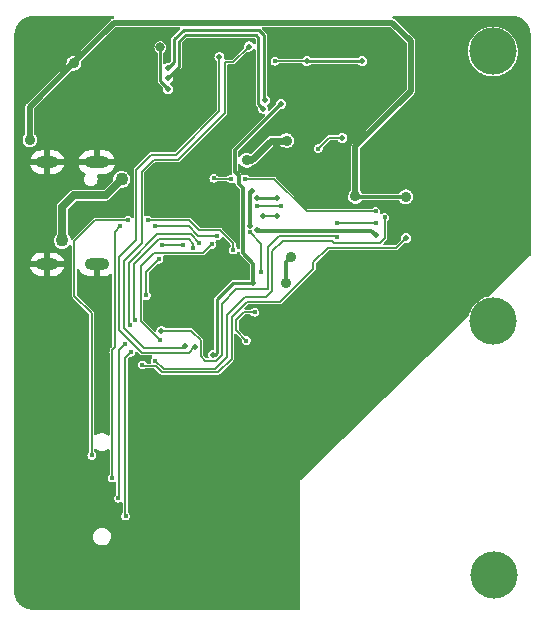
<source format=gbl>
%TF.GenerationSoftware,KiCad,Pcbnew,(6.0.6)*%
%TF.CreationDate,2022-07-19T19:23:43+08:00*%
%TF.ProjectId,Egret,45677265-742e-46b6-9963-61645f706362,rev?*%
%TF.SameCoordinates,Original*%
%TF.FileFunction,Copper,L2,Bot*%
%TF.FilePolarity,Positive*%
%FSLAX46Y46*%
G04 Gerber Fmt 4.6, Leading zero omitted, Abs format (unit mm)*
G04 Created by KiCad (PCBNEW (6.0.6)) date 2022-07-19 19:23:43*
%MOMM*%
%LPD*%
G01*
G04 APERTURE LIST*
%TA.AperFunction,ComponentPad*%
%ADD10O,1.900000X1.000000*%
%TD*%
%TA.AperFunction,ComponentPad*%
%ADD11O,2.100000X1.000000*%
%TD*%
%TA.AperFunction,ViaPad*%
%ADD12C,0.400000*%
%TD*%
%TA.AperFunction,ViaPad*%
%ADD13C,4.000000*%
%TD*%
%TA.AperFunction,ViaPad*%
%ADD14C,0.500000*%
%TD*%
%TA.AperFunction,ViaPad*%
%ADD15C,0.900000*%
%TD*%
%TA.AperFunction,ViaPad*%
%ADD16C,1.100000*%
%TD*%
%TA.AperFunction,ViaPad*%
%ADD17C,0.800000*%
%TD*%
%TA.AperFunction,ViaPad*%
%ADD18C,0.700000*%
%TD*%
%TA.AperFunction,Conductor*%
%ADD19C,0.200000*%
%TD*%
%TA.AperFunction,Conductor*%
%ADD20C,0.250000*%
%TD*%
%TA.AperFunction,Conductor*%
%ADD21C,0.300000*%
%TD*%
%TA.AperFunction,Conductor*%
%ADD22C,0.600000*%
%TD*%
%TA.AperFunction,Conductor*%
%ADD23C,0.700000*%
%TD*%
%TA.AperFunction,Conductor*%
%ADD24C,0.400000*%
%TD*%
%TA.AperFunction,Conductor*%
%ADD25C,0.500000*%
%TD*%
G04 APERTURE END LIST*
D10*
%TO.P,USB1,16,GND*%
%TO.N,GND*%
X107059000Y-101775000D03*
%TO.P,USB1,15,GND*%
X107059000Y-93125000D03*
D11*
%TO.P,USB1,14,GND*%
X111259000Y-101775000D03*
%TO.P,USB1,13,GND*%
X111259000Y-93125000D03*
%TD*%
D12*
%TO.N,GND*%
X134100000Y-113800000D03*
X133530000Y-113320000D03*
X133150000Y-114700000D03*
X132610000Y-114180000D03*
X124650000Y-107740000D03*
X125320000Y-107570000D03*
X125950000Y-107900000D03*
X126570000Y-108280000D03*
X127110000Y-108690000D03*
X125110000Y-106260000D03*
X125770000Y-106400000D03*
X126430000Y-106650000D03*
X127020000Y-106970000D03*
X127530000Y-107370000D03*
X127990000Y-107820000D03*
X132987292Y-112834764D03*
X132531854Y-112379326D03*
X132076416Y-111923888D03*
X131620979Y-111468451D03*
X131165541Y-111013013D03*
X130710103Y-110557575D03*
X130254665Y-110102137D03*
X129799228Y-109646700D03*
X129343790Y-109191262D03*
X128888352Y-108735824D03*
X128432914Y-108280386D03*
X127584386Y-109128914D03*
X128039824Y-109584352D03*
X128495262Y-110039790D03*
X128950700Y-110495228D03*
X129406137Y-110950665D03*
X129861575Y-111406103D03*
X130317013Y-111861541D03*
X130772451Y-112316979D03*
X131227888Y-112772416D03*
X131683326Y-113227854D03*
X132138764Y-113683292D03*
D13*
%TO.N,*%
X144810000Y-83740000D03*
X144870000Y-128100000D03*
X144840000Y-106560000D03*
D14*
%TO.N,/EN*%
X124499004Y-103318399D03*
X121120000Y-109410000D03*
X126875000Y-88175000D03*
%TO.N,/RTS*%
X133750000Y-84550000D03*
X129050000Y-84550000D03*
D12*
X126350000Y-84560000D03*
D14*
%TO.N,/GPIO0*%
X126524500Y-96150000D03*
X124850000Y-96150000D03*
D15*
%TO.N,+5V*%
X127330000Y-91290000D03*
D16*
X113370000Y-94570000D03*
D15*
X123952000Y-92964000D03*
D16*
X108340000Y-99730000D03*
D17*
%TO.N,GND*%
X115900000Y-95720000D03*
X119130000Y-96400000D03*
D15*
X120700000Y-104640000D03*
D17*
X109610000Y-97920000D03*
D12*
X110350000Y-86980000D03*
D17*
X106680000Y-110744000D03*
X113730000Y-96010000D03*
D18*
X120700000Y-108780000D03*
D17*
X107696000Y-113538000D03*
D12*
X111633542Y-88673718D03*
D14*
%TO.N,/CP_Rx*%
X121649500Y-84229843D03*
X119540000Y-108790000D03*
D15*
%TO.N,+3V3*%
X127740023Y-101113977D03*
X137414000Y-96050000D03*
X133162500Y-96012000D03*
X109310000Y-84750000D03*
X105600000Y-91220000D03*
X127310498Y-103383245D03*
D12*
%TO.N,/3V3A*%
X125180000Y-102450000D03*
X120980000Y-100080000D03*
X116586000Y-108204000D03*
X124223236Y-99068500D03*
D14*
X124369886Y-95544588D03*
D12*
X124630000Y-105810000D03*
X123930000Y-108220000D03*
D14*
X124250000Y-98480000D03*
D17*
%TO.N,Net-(C5-Pad1)*%
X116640000Y-83390000D03*
D14*
X117300000Y-86920000D03*
%TO.N,Net-(FPC1-Pad3)*%
X132060000Y-91050000D03*
D12*
X130000000Y-91970000D03*
%TO.N,/GPIO2{slash}DC*%
X122646633Y-94533367D03*
X134874000Y-97282000D03*
X123823367Y-94533367D03*
X121175232Y-94474768D03*
%TO.N,/GPIO18{slash}SCK*%
X135636000Y-97798500D03*
X116220000Y-109910000D03*
%TO.N,/GPIO26{slash}SD_MISO*%
X115572372Y-98038128D03*
X122809757Y-100556644D03*
X113910000Y-98050000D03*
X110840000Y-117940000D03*
%TO.N,/GPIO4{slash}RES*%
X115100000Y-110280000D03*
D14*
X137450000Y-99540000D03*
D12*
%TO.N,/GPIO15{slash}SD_CS*%
X114482554Y-106475166D03*
X113700000Y-123080000D03*
X119425052Y-100343872D03*
X114131300Y-109213599D03*
%TO.N,/GPIO13{slash}SD_MOSI*%
X119940000Y-99920000D03*
X113631800Y-108518200D03*
X113100000Y-121560000D03*
X114079500Y-106918957D03*
%TO.N,/GPIO14{slash}SD_CLK*%
X112580000Y-119860000D03*
X113240000Y-98550000D03*
X121460000Y-99360000D03*
X116169378Y-98550378D03*
D14*
%TO.N,/CP_Tx*%
X124150000Y-83325000D03*
X118689568Y-108700500D03*
D12*
%TO.N,/GPIO5{slash}LCD_BL*%
X116510000Y-101340000D03*
X124820000Y-96790000D03*
X116760000Y-100090000D03*
X126900000Y-96790000D03*
X115470000Y-104400000D03*
X118550000Y-100110000D03*
D14*
%TO.N,/GPIO27{slash}RGB_LED*%
X124850500Y-98900000D03*
X134874000Y-99314000D03*
%TO.N,/GPIO33{slash}MPU_SCL{slash}BH_SCL*%
X126524000Y-97660000D03*
X125330000Y-88590000D03*
X117280000Y-86000000D03*
X125375000Y-97660000D03*
%TO.N,/GPIO32{slash}MPU_SDA{slash}BH_SDA*%
X117290000Y-85140000D03*
X125524500Y-87860000D03*
D12*
%TO.N,/GPIO23{slash}MOSI*%
X134874000Y-98298000D03*
X131570000Y-98300000D03*
X131572000Y-99457915D03*
D14*
X116739866Y-107387776D03*
%TD*%
D19*
%TO.N,/3V3A*%
X123740000Y-105810000D02*
X124630000Y-105810000D01*
X123075000Y-106475000D02*
X123740000Y-105810000D01*
X123930000Y-108220000D02*
X123075000Y-107365000D01*
X123075000Y-107365000D02*
X123075000Y-106475000D01*
D20*
%TO.N,/EN*%
X121120000Y-109410000D02*
X121297489Y-109410000D01*
D21*
X123273367Y-94943367D02*
X123273367Y-94244738D01*
X123620000Y-100830000D02*
X123620000Y-95290000D01*
X122940000Y-93911371D02*
X122940000Y-92110000D01*
X124499004Y-101709004D02*
X123620000Y-100830000D01*
D20*
X121450000Y-104680000D02*
X122811601Y-103318399D01*
D21*
X122940000Y-92110000D02*
X126875000Y-88175000D01*
X123273367Y-94244738D02*
X122940000Y-93911371D01*
X124499004Y-103318399D02*
X124499004Y-101709004D01*
D20*
X121450000Y-109257489D02*
X121450000Y-104680000D01*
X121297489Y-109410000D02*
X121450000Y-109257489D01*
D21*
X123620000Y-95290000D02*
X123273367Y-94943367D01*
D20*
X122811601Y-103318399D02*
X124499004Y-103318399D01*
%TO.N,/RTS*%
X133750000Y-84550000D02*
X129050000Y-84550000D01*
D21*
X129040000Y-84560000D02*
X129050000Y-84550000D01*
D19*
X126340000Y-84560000D02*
X129040000Y-84560000D01*
D20*
%TO.N,/GPIO0*%
X126524500Y-96150000D02*
X124850000Y-96150000D01*
D22*
%TO.N,+5V*%
X126030000Y-91290000D02*
X127330000Y-91290000D01*
D23*
X109310000Y-95920000D02*
X112020000Y-95920000D01*
X112020000Y-95920000D02*
X113370000Y-94570000D01*
D22*
X123952000Y-92964000D02*
X124356000Y-92964000D01*
D23*
X108340000Y-99730000D02*
X108340000Y-96890000D01*
D22*
X124356000Y-92964000D02*
X126030000Y-91290000D01*
D23*
X108340000Y-96890000D02*
X109310000Y-95920000D01*
D21*
%TO.N,GND*%
X110350000Y-86980000D02*
X110350000Y-87390176D01*
D24*
X120700000Y-108780000D02*
X120700000Y-104640000D01*
D25*
X119130000Y-96330000D02*
X119130000Y-96400000D01*
X118520000Y-95720000D02*
X119130000Y-96330000D01*
X106680000Y-110744000D02*
X106680000Y-112522000D01*
X106680000Y-112522000D02*
X107696000Y-113538000D01*
X110910000Y-96620000D02*
X109610000Y-97920000D01*
D21*
X110350000Y-87390176D02*
X111633542Y-88673718D01*
D25*
X113730000Y-96010000D02*
X113120000Y-96620000D01*
X115900000Y-95720000D02*
X118520000Y-95720000D01*
X113120000Y-96620000D02*
X110910000Y-96620000D01*
D19*
%TO.N,/CP_Rx*%
X119540000Y-108790000D02*
X119527186Y-108790000D01*
X113180000Y-107360000D02*
X113180000Y-101161659D01*
X119527186Y-108790000D02*
X119072104Y-109245082D01*
X115070000Y-109250000D02*
X113180000Y-107360000D01*
X114600000Y-93760000D02*
X115890000Y-92470000D01*
X114600000Y-99741659D02*
X114600000Y-93760000D01*
X117950000Y-92470000D02*
X121649500Y-88770500D01*
X113180000Y-101161659D02*
X114600000Y-99741659D01*
X121649500Y-88770500D02*
X121649500Y-84229843D01*
X119072104Y-109250000D02*
X115070000Y-109250000D01*
X119072104Y-109245082D02*
X119072104Y-109250000D01*
X115890000Y-92470000D02*
X117950000Y-92470000D01*
D25*
%TO.N,+3V3*%
X112705000Y-81315000D02*
X136295000Y-81315000D01*
D21*
X127310498Y-101543502D02*
X127310498Y-103383245D01*
X127740023Y-101113977D02*
X127310498Y-101543502D01*
D25*
X137880000Y-87068069D02*
X133162500Y-91785569D01*
X105600000Y-91220000D02*
X105570000Y-91190000D01*
D21*
X133200500Y-96050000D02*
X137414000Y-96050000D01*
D25*
X133162500Y-91785569D02*
X133162500Y-96012000D01*
X105570000Y-91190000D02*
X105570000Y-88450000D01*
X109270000Y-84750000D02*
X112705000Y-81315000D01*
D21*
X133162500Y-96012000D02*
X133200500Y-96050000D01*
D25*
X137880000Y-82900000D02*
X137880000Y-87068069D01*
X105570000Y-88450000D02*
X109270000Y-84750000D01*
X136295000Y-81315000D02*
X137880000Y-82900000D01*
D19*
%TO.N,/3V3A*%
X114982554Y-101897446D02*
X114982554Y-106600554D01*
X124241182Y-99068500D02*
X125180000Y-100007318D01*
X114982554Y-106600554D02*
X116586000Y-108204000D01*
D21*
X124250000Y-95664474D02*
X124369886Y-95544588D01*
D19*
X125180000Y-100007318D02*
X125180000Y-102450000D01*
X120980000Y-100080000D02*
X120246128Y-100813872D01*
X120246128Y-100813872D02*
X116066128Y-100813872D01*
D21*
X124250000Y-98480000D02*
X124250000Y-95664474D01*
D19*
X116066128Y-100813872D02*
X114982554Y-101897446D01*
X124223236Y-99068500D02*
X124241182Y-99068500D01*
D20*
%TO.N,Net-(C5-Pad1)*%
X116640000Y-86260000D02*
X116640000Y-83390000D01*
X117300000Y-86920000D02*
X116640000Y-86260000D01*
D19*
%TO.N,Net-(FPC1-Pad3)*%
X132060000Y-91050000D02*
X130920000Y-91050000D01*
X130920000Y-91050000D02*
X130000000Y-91970000D01*
%TO.N,/GPIO2{slash}DC*%
X121233831Y-94533367D02*
X122646633Y-94533367D01*
X121175232Y-94474768D02*
X121233831Y-94533367D01*
X123830000Y-94540000D02*
X123823367Y-94533367D01*
X134874000Y-97282000D02*
X129032000Y-97282000D01*
X129032000Y-97282000D02*
X126290000Y-94540000D01*
X126290000Y-94540000D02*
X123830000Y-94540000D01*
%TO.N,/GPIO18{slash}SCK*%
X135246085Y-99957915D02*
X135636000Y-99568000D01*
X116930000Y-110620000D02*
X121254215Y-110620000D01*
X126130000Y-100620000D02*
X126991585Y-99758415D01*
X123786726Y-104540000D02*
X125624214Y-104540000D01*
X131165393Y-99758415D02*
X131364893Y-99957915D01*
X135636000Y-99568000D02*
X135636000Y-97798500D01*
X131364893Y-99957915D02*
X135246085Y-99957915D01*
X121254215Y-110620000D02*
X122275000Y-109599215D01*
X116220000Y-109910000D02*
X116930000Y-110620000D01*
X126130000Y-104034215D02*
X126130000Y-100620000D01*
X125624214Y-104540000D02*
X126130000Y-104034215D01*
X126991585Y-99758415D02*
X131165393Y-99758415D01*
X122275000Y-106051726D02*
X123786726Y-104540000D01*
X122275000Y-109599215D02*
X122275000Y-106051726D01*
%TO.N,/GPIO26{slash}SD_MISO*%
X109350000Y-99829810D02*
X111129810Y-98050000D01*
X119931872Y-98860000D02*
X119110000Y-98038128D01*
X121667107Y-98860000D02*
X119931872Y-98860000D01*
X111129810Y-98050000D02*
X113910000Y-98050000D01*
X122809757Y-100556644D02*
X122809757Y-100002650D01*
X109350000Y-104410000D02*
X109350000Y-99829810D01*
X122809757Y-100002650D02*
X121667107Y-98860000D01*
X110834164Y-117934164D02*
X110834164Y-105894164D01*
X110834164Y-105894164D02*
X109350000Y-104410000D01*
X110840000Y-117940000D02*
X110834164Y-117934164D01*
X119110000Y-98038128D02*
X115572372Y-98038128D01*
%TO.N,/GPIO4{slash}RES*%
X126814404Y-104940000D02*
X129600000Y-102154404D01*
X129600000Y-102154404D02*
X129600000Y-101610000D01*
X116265736Y-110380000D02*
X116805736Y-110920000D01*
X136632085Y-100357915D02*
X137450000Y-99540000D01*
X116805736Y-110920000D02*
X121519901Y-110920000D01*
X129600000Y-101610000D02*
X130852085Y-100357915D01*
X130852085Y-100357915D02*
X136632085Y-100357915D01*
X123952412Y-104940000D02*
X126814404Y-104940000D01*
X121519901Y-110920000D02*
X122675000Y-109764901D01*
X122675000Y-106217412D02*
X123952412Y-104940000D01*
X122675000Y-109764901D02*
X122675000Y-106217412D01*
X115200000Y-110380000D02*
X116265736Y-110380000D01*
X115100000Y-110280000D02*
X115200000Y-110380000D01*
%TO.N,/GPIO15{slash}SD_CS*%
X114437843Y-106430455D02*
X114482554Y-106475166D01*
X119425052Y-100035052D02*
X119030000Y-99640000D01*
X113680000Y-123060000D02*
X113680000Y-109664899D01*
X119425052Y-100343872D02*
X119425052Y-100035052D01*
X116565686Y-99640000D02*
X114437843Y-101767843D01*
X113680000Y-109664899D02*
X114131300Y-109213599D01*
X114437843Y-101767843D02*
X114437843Y-106430455D01*
X113700000Y-123080000D02*
X113680000Y-123060000D01*
X119030000Y-99640000D02*
X116565686Y-99640000D01*
%TO.N,/GPIO13{slash}SD_MOSI*%
X113980000Y-101640000D02*
X113980000Y-106819457D01*
X113110000Y-109040000D02*
X113631800Y-108518200D01*
X113100000Y-121560000D02*
X113110000Y-121550000D01*
X113980000Y-106819457D02*
X114079500Y-106918957D01*
X119940000Y-99920000D02*
X119260000Y-99240000D01*
X114000000Y-101640000D02*
X113980000Y-101640000D01*
X116400000Y-99240000D02*
X114000000Y-101640000D01*
X113110000Y-121550000D02*
X113110000Y-109040000D01*
X119260000Y-99240000D02*
X116400000Y-99240000D01*
%TO.N,/GPIO14{slash}SD_CLK*%
X119056186Y-98550000D02*
X119866186Y-99360000D01*
X112580000Y-119860000D02*
X112580000Y-109270000D01*
X119866186Y-99360000D02*
X121460000Y-99360000D01*
X116169756Y-98550000D02*
X119056186Y-98550000D01*
X112780000Y-99010000D02*
X113240000Y-98550000D01*
X112580000Y-109270000D02*
X112540000Y-109230000D01*
X116169378Y-98550378D02*
X116169756Y-98550000D01*
X112540000Y-109044314D02*
X112780000Y-108804314D01*
X112540000Y-109230000D02*
X112540000Y-109044314D01*
X112780000Y-108804314D02*
X112780000Y-99010000D01*
%TO.N,/CP_Tx*%
X122830000Y-84630000D02*
X124135000Y-83325000D01*
X113580000Y-107194314D02*
X113580000Y-101470000D01*
X122099500Y-84630000D02*
X122830000Y-84630000D01*
X122099500Y-88956896D02*
X122099500Y-84630000D01*
X115235686Y-108850000D02*
X113580000Y-107194314D01*
X118136396Y-92920000D02*
X122099500Y-88956896D01*
X118689568Y-108700500D02*
X118540068Y-108850000D01*
X115060000Y-99990000D02*
X115060000Y-96130000D01*
X118540068Y-108850000D02*
X115235686Y-108850000D01*
X116076396Y-92920000D02*
X118136396Y-92920000D01*
X115060000Y-96130000D02*
X115058198Y-96128198D01*
X115058198Y-96128198D02*
X115058198Y-93938198D01*
X115058198Y-93938198D02*
X116076396Y-92920000D01*
X113580000Y-101470000D02*
X115060000Y-99990000D01*
X124135000Y-83325000D02*
X124150000Y-83325000D01*
%TO.N,/GPIO5{slash}LCD_BL*%
X115470000Y-102380000D02*
X116510000Y-101340000D01*
X116760000Y-100090000D02*
X116780000Y-100110000D01*
X124820000Y-96790000D02*
X126900000Y-96790000D01*
X115470000Y-104400000D02*
X115470000Y-102380000D01*
X116780000Y-100110000D02*
X118550000Y-100110000D01*
D21*
%TO.N,/GPIO27{slash}RGB_LED*%
X134468415Y-98908415D02*
X125011585Y-98908415D01*
X134874000Y-99314000D02*
X134468415Y-98908415D01*
X125011585Y-98908415D02*
X125003170Y-98900000D01*
X125003170Y-98900000D02*
X124850500Y-98900000D01*
D20*
%TO.N,/GPIO33{slash}MPU_SCL{slash}BH_SCL*%
X124950000Y-88210000D02*
X124950000Y-82580000D01*
D19*
X125375000Y-97660000D02*
X126524000Y-97660000D01*
D20*
X124950000Y-82580000D02*
X124710000Y-82340000D01*
X118800000Y-82340000D02*
X118260000Y-82880000D01*
X118260000Y-85020000D02*
X117280000Y-86000000D01*
X124710000Y-82340000D02*
X118800000Y-82340000D01*
X125330000Y-88590000D02*
X124950000Y-88210000D01*
X118260000Y-82880000D02*
X118260000Y-85020000D01*
%TO.N,/GPIO32{slash}MPU_SDA{slash}BH_SDA*%
X118613604Y-81890000D02*
X124960000Y-81890000D01*
X117290000Y-85140000D02*
X117810000Y-84620000D01*
X124960000Y-81890000D02*
X125450000Y-82380000D01*
X117810000Y-84620000D02*
X117810000Y-82693604D01*
X125450000Y-87785500D02*
X125524500Y-87860000D01*
X125450000Y-87690000D02*
X125450000Y-87785500D01*
X117810000Y-82693604D02*
X118613604Y-81890000D01*
X125450000Y-82380000D02*
X125450000Y-87690000D01*
D19*
%TO.N,/GPIO23{slash}MOSI*%
X125730000Y-100330000D02*
X125730000Y-103868529D01*
X119248168Y-107387776D02*
X116739866Y-107387776D01*
X131570000Y-98300000D02*
X131572000Y-98298000D01*
X121378530Y-109930000D02*
X120430000Y-109930000D01*
X131572000Y-99457915D02*
X131472500Y-99358415D01*
X120060000Y-108199608D02*
X119248168Y-107387776D01*
X131472500Y-99358415D02*
X126701585Y-99358415D01*
X123090000Y-103870000D02*
X121875000Y-105085000D01*
X125730000Y-103868529D02*
X125728529Y-103870000D01*
X120430000Y-109930000D02*
X120060000Y-109560000D01*
X121875000Y-105085000D02*
X121875000Y-109433530D01*
X126701585Y-99358415D02*
X125730000Y-100330000D01*
X131572000Y-98298000D02*
X134874000Y-98298000D01*
X125728529Y-103870000D02*
X123090000Y-103870000D01*
X120060000Y-109560000D02*
X120060000Y-108199608D01*
X121875000Y-109433530D02*
X121378530Y-109930000D01*
%TD*%
%TA.AperFunction,Conductor*%
%TO.N,GND*%
G36*
X112611823Y-80720178D02*
G01*
X112679942Y-80740182D01*
X112726434Y-80793838D01*
X112736536Y-80864113D01*
X112707041Y-80928693D01*
X112647314Y-80967075D01*
X112626630Y-80971304D01*
X112616208Y-80972538D01*
X112616205Y-80972539D01*
X112605862Y-80973763D01*
X112598239Y-80977424D01*
X112589897Y-80978812D01*
X112548416Y-81001194D01*
X112543169Y-81003867D01*
X112500674Y-81024273D01*
X112496726Y-81027592D01*
X112494797Y-81029521D01*
X112493196Y-81030990D01*
X112492719Y-81031247D01*
X112492698Y-81031224D01*
X112492597Y-81031313D01*
X112487206Y-81034222D01*
X112480136Y-81041870D01*
X112480135Y-81041871D01*
X112453545Y-81070636D01*
X112450116Y-81074202D01*
X109431593Y-84092725D01*
X109369281Y-84126751D01*
X109341838Y-84129628D01*
X109283630Y-84129323D01*
X109238158Y-84129085D01*
X109230778Y-84130857D01*
X109230776Y-84130857D01*
X109099503Y-84162373D01*
X109099501Y-84162374D01*
X109092123Y-84164145D01*
X109085378Y-84167626D01*
X109085379Y-84167626D01*
X108983809Y-84220050D01*
X108958666Y-84233027D01*
X108952944Y-84238019D01*
X108952942Y-84238020D01*
X108890216Y-84292740D01*
X108845492Y-84331755D01*
X108759135Y-84454629D01*
X108756376Y-84461704D01*
X108756375Y-84461707D01*
X108713855Y-84570765D01*
X108704580Y-84594555D01*
X108703588Y-84602088D01*
X108703588Y-84602089D01*
X108686078Y-84735095D01*
X108684977Y-84743455D01*
X108686617Y-84758305D01*
X108687871Y-84769670D01*
X108675465Y-84839574D01*
X108651727Y-84872591D01*
X105358101Y-88166217D01*
X105343147Y-88178295D01*
X105339595Y-88181527D01*
X105330848Y-88187175D01*
X105324402Y-88195352D01*
X105311998Y-88211086D01*
X105308501Y-88215021D01*
X105308605Y-88215109D01*
X105305250Y-88219068D01*
X105301572Y-88222746D01*
X105298553Y-88226971D01*
X105298546Y-88226979D01*
X105291328Y-88237080D01*
X105287764Y-88241827D01*
X105258608Y-88278811D01*
X105255807Y-88286787D01*
X105250889Y-88293669D01*
X105237381Y-88338836D01*
X105235559Y-88344442D01*
X105222572Y-88381423D01*
X105222571Y-88381429D01*
X105219945Y-88388906D01*
X105219500Y-88394044D01*
X105219500Y-88396763D01*
X105219405Y-88398945D01*
X105219245Y-88399480D01*
X105219218Y-88399479D01*
X105219211Y-88399597D01*
X105217456Y-88405464D01*
X105217865Y-88415872D01*
X105219403Y-88455019D01*
X105219500Y-88459966D01*
X105219500Y-90671182D01*
X105199498Y-90739303D01*
X105176331Y-90766129D01*
X105135492Y-90801755D01*
X105049135Y-90924629D01*
X105046376Y-90931704D01*
X105046375Y-90931707D01*
X104997340Y-91057475D01*
X104994580Y-91064555D01*
X104993588Y-91072088D01*
X104993588Y-91072089D01*
X104978013Y-91190396D01*
X104974977Y-91213455D01*
X104991458Y-91362732D01*
X104994068Y-91369863D01*
X104994068Y-91369865D01*
X105013793Y-91423767D01*
X105043070Y-91503770D01*
X105047307Y-91510076D01*
X105047309Y-91510079D01*
X105074532Y-91550590D01*
X105126835Y-91628425D01*
X105132453Y-91633537D01*
X105232295Y-91724387D01*
X105232299Y-91724390D01*
X105237916Y-91729501D01*
X105369901Y-91801163D01*
X105515170Y-91839274D01*
X105594588Y-91840522D01*
X105657739Y-91841514D01*
X105657742Y-91841514D01*
X105665336Y-91841633D01*
X105723920Y-91828216D01*
X105804332Y-91809799D01*
X105804335Y-91809798D01*
X105811731Y-91808104D01*
X105818508Y-91804695D01*
X105818512Y-91804694D01*
X105939115Y-91744036D01*
X105945901Y-91740623D01*
X106060103Y-91643086D01*
X106074999Y-91622356D01*
X106143305Y-91527299D01*
X106143306Y-91527298D01*
X106147742Y-91521124D01*
X106203759Y-91381777D01*
X106220656Y-91263052D01*
X106224339Y-91237173D01*
X106224339Y-91237172D01*
X106224920Y-91233090D01*
X106225057Y-91220000D01*
X106221475Y-91190396D01*
X106217750Y-91159618D01*
X106207014Y-91070903D01*
X106153928Y-90930414D01*
X106136202Y-90904623D01*
X106073164Y-90812901D01*
X106073163Y-90812899D01*
X106068862Y-90806642D01*
X106061133Y-90799755D01*
X105962681Y-90712038D01*
X105925125Y-90651788D01*
X105920500Y-90617962D01*
X105920500Y-88647372D01*
X105940502Y-88579251D01*
X105957405Y-88558277D01*
X109112480Y-85403202D01*
X109174792Y-85369176D01*
X109218320Y-85367477D01*
X109225170Y-85369274D01*
X109300253Y-85370453D01*
X109367739Y-85371514D01*
X109367742Y-85371514D01*
X109375336Y-85371633D01*
X109457107Y-85352905D01*
X109514332Y-85339799D01*
X109514335Y-85339798D01*
X109521731Y-85338104D01*
X109528508Y-85334695D01*
X109528512Y-85334694D01*
X109649115Y-85274036D01*
X109655901Y-85270623D01*
X109770103Y-85173086D01*
X109808527Y-85119614D01*
X109853305Y-85057299D01*
X109853306Y-85057298D01*
X109857742Y-85051124D01*
X109904376Y-84935118D01*
X109910925Y-84918827D01*
X109910925Y-84918826D01*
X109913759Y-84911777D01*
X109934920Y-84763090D01*
X109935057Y-84750000D01*
X109924139Y-84659782D01*
X109935812Y-84589754D01*
X109960131Y-84555551D01*
X112813277Y-81702405D01*
X112875589Y-81668379D01*
X112902372Y-81665500D01*
X118215009Y-81665500D01*
X118283130Y-81685502D01*
X118329623Y-81739158D01*
X118339727Y-81809432D01*
X118310233Y-81874012D01*
X118304104Y-81880595D01*
X117657072Y-82527627D01*
X117652288Y-82532168D01*
X117623491Y-82558097D01*
X117615245Y-82576619D01*
X117605817Y-82593982D01*
X117594774Y-82610986D01*
X117592702Y-82624067D01*
X117590920Y-82628710D01*
X117589886Y-82633576D01*
X117584500Y-82645672D01*
X117584500Y-82665938D01*
X117582949Y-82685647D01*
X117579778Y-82705669D01*
X117583205Y-82718458D01*
X117583898Y-82731686D01*
X117583424Y-82731711D01*
X117584500Y-82739881D01*
X117584500Y-84474404D01*
X117564498Y-84542525D01*
X117547595Y-84563499D01*
X117427625Y-84683469D01*
X117365313Y-84717495D01*
X117318818Y-84718822D01*
X117299796Y-84715809D01*
X117299793Y-84715809D01*
X117290000Y-84714258D01*
X117280207Y-84715809D01*
X117257629Y-84719385D01*
X117158438Y-84735095D01*
X117149605Y-84739596D01*
X117149604Y-84739596D01*
X117137214Y-84745909D01*
X117069348Y-84780489D01*
X117048703Y-84791008D01*
X116978926Y-84804112D01*
X116913142Y-84777412D01*
X116872235Y-84719385D01*
X116865500Y-84678741D01*
X116865500Y-83909396D01*
X116885502Y-83841275D01*
X116925571Y-83802021D01*
X116962991Y-83779045D01*
X116969438Y-83771923D01*
X117053178Y-83679407D01*
X117059200Y-83672754D01*
X117121710Y-83543733D01*
X117145496Y-83402354D01*
X117145647Y-83390000D01*
X117125323Y-83248082D01*
X117065984Y-83117572D01*
X117047598Y-83096234D01*
X116978260Y-83015763D01*
X116978257Y-83015760D01*
X116972400Y-83008963D01*
X116852095Y-82930985D01*
X116714739Y-82889907D01*
X116705763Y-82889852D01*
X116705762Y-82889852D01*
X116645555Y-82889484D01*
X116571376Y-82889031D01*
X116433529Y-82928428D01*
X116312280Y-83004930D01*
X116217377Y-83112388D01*
X116156447Y-83242163D01*
X116155066Y-83251035D01*
X116143550Y-83325000D01*
X116134391Y-83383823D01*
X116135555Y-83392725D01*
X116135555Y-83392728D01*
X116136814Y-83402354D01*
X116152980Y-83525979D01*
X116210720Y-83657203D01*
X116216497Y-83664076D01*
X116216498Y-83664077D01*
X116265383Y-83722233D01*
X116302970Y-83766948D01*
X116325009Y-83781618D01*
X116358320Y-83803792D01*
X116403942Y-83858190D01*
X116414500Y-83908679D01*
X116414500Y-86250792D01*
X116414327Y-86257386D01*
X116412300Y-86296064D01*
X116417047Y-86308430D01*
X116419563Y-86314985D01*
X116425179Y-86333941D01*
X116429393Y-86353768D01*
X116437176Y-86364481D01*
X116439201Y-86369029D01*
X116441908Y-86373198D01*
X116446654Y-86385560D01*
X116460986Y-86399892D01*
X116473827Y-86414927D01*
X116477955Y-86420609D01*
X116477957Y-86420611D01*
X116485740Y-86431323D01*
X116497207Y-86437944D01*
X116507050Y-86446806D01*
X116506732Y-86447159D01*
X116513269Y-86452175D01*
X116843469Y-86782375D01*
X116877495Y-86844687D01*
X116878822Y-86891182D01*
X116874258Y-86920000D01*
X116895095Y-87051562D01*
X116955567Y-87170245D01*
X117049755Y-87264433D01*
X117077524Y-87278582D01*
X117125369Y-87302960D01*
X117168438Y-87324905D01*
X117300000Y-87345742D01*
X117431562Y-87324905D01*
X117474632Y-87302960D01*
X117522476Y-87278582D01*
X117550245Y-87264433D01*
X117644433Y-87170245D01*
X117704905Y-87051562D01*
X117725742Y-86920000D01*
X117724191Y-86910204D01*
X117706456Y-86798231D01*
X117704905Y-86788438D01*
X117644433Y-86669755D01*
X117550245Y-86575567D01*
X117533151Y-86566857D01*
X117481536Y-86518110D01*
X117464469Y-86449196D01*
X117487369Y-86381994D01*
X117516288Y-86352657D01*
X117521413Y-86348933D01*
X117530245Y-86344433D01*
X117624433Y-86250245D01*
X117684905Y-86131562D01*
X117705742Y-86000000D01*
X117704191Y-85990204D01*
X117701178Y-85971178D01*
X117710279Y-85900767D01*
X117736531Y-85862375D01*
X118412937Y-85185968D01*
X118417722Y-85181427D01*
X118436669Y-85164367D01*
X118446509Y-85155507D01*
X118454757Y-85136983D01*
X118464188Y-85119614D01*
X118468012Y-85113725D01*
X118475225Y-85102618D01*
X118477297Y-85089536D01*
X118479079Y-85084894D01*
X118480112Y-85080033D01*
X118485500Y-85067932D01*
X118485500Y-85047667D01*
X118487051Y-85027955D01*
X118488151Y-85021012D01*
X118488151Y-85021011D01*
X118490222Y-85007935D01*
X118486795Y-84995146D01*
X118486102Y-84981918D01*
X118486576Y-84981893D01*
X118485500Y-84973723D01*
X118485500Y-83025597D01*
X118505502Y-82957476D01*
X118522404Y-82936502D01*
X118856500Y-82602405D01*
X118918813Y-82568380D01*
X118945596Y-82565500D01*
X124564403Y-82565500D01*
X124632524Y-82585502D01*
X124653497Y-82602403D01*
X124687594Y-82636499D01*
X124721620Y-82698811D01*
X124724500Y-82725596D01*
X124724500Y-83006266D01*
X124704498Y-83074387D01*
X124650842Y-83120880D01*
X124580568Y-83130984D01*
X124515988Y-83101490D01*
X124498157Y-83082063D01*
X124494433Y-83074755D01*
X124400245Y-82980567D01*
X124341871Y-82950824D01*
X124290396Y-82924596D01*
X124290395Y-82924596D01*
X124281562Y-82920095D01*
X124150000Y-82899258D01*
X124018438Y-82920095D01*
X124009605Y-82924596D01*
X124009604Y-82924596D01*
X123958129Y-82950824D01*
X123899755Y-82980567D01*
X123805567Y-83074755D01*
X123745095Y-83193438D01*
X123724258Y-83325000D01*
X123725809Y-83334792D01*
X123731606Y-83371392D01*
X123722507Y-83441803D01*
X123696252Y-83480198D01*
X122783855Y-84392595D01*
X122721543Y-84426621D01*
X122694760Y-84429500D01*
X122191147Y-84429500D01*
X122123026Y-84409498D01*
X122076533Y-84355842D01*
X122066698Y-84283790D01*
X122073691Y-84239636D01*
X122075242Y-84229843D01*
X122054405Y-84098281D01*
X121993933Y-83979598D01*
X121899745Y-83885410D01*
X121813125Y-83841275D01*
X121789896Y-83829439D01*
X121789895Y-83829439D01*
X121781062Y-83824938D01*
X121649500Y-83804101D01*
X121517938Y-83824938D01*
X121509105Y-83829439D01*
X121509104Y-83829439D01*
X121485875Y-83841275D01*
X121399255Y-83885410D01*
X121305067Y-83979598D01*
X121244595Y-84098281D01*
X121223758Y-84229843D01*
X121244595Y-84361405D01*
X121305067Y-84480088D01*
X121399255Y-84574276D01*
X121400102Y-84574708D01*
X121440415Y-84626987D01*
X121449000Y-84672700D01*
X121449000Y-88635261D01*
X121428998Y-88703382D01*
X121412095Y-88724356D01*
X117903855Y-92232595D01*
X117841543Y-92266621D01*
X117814760Y-92269500D01*
X115926208Y-92269500D01*
X115923809Y-92269364D01*
X115913280Y-92265666D01*
X115899180Y-92267235D01*
X115899178Y-92267235D01*
X115885776Y-92268727D01*
X115877022Y-92269213D01*
X115874473Y-92269500D01*
X115867397Y-92269500D01*
X115860501Y-92271073D01*
X115857387Y-92271424D01*
X115849396Y-92272776D01*
X115846159Y-92273136D01*
X115822366Y-92275784D01*
X115812345Y-92282058D01*
X115800815Y-92284688D01*
X115789716Y-92293532D01*
X115789717Y-92293532D01*
X115779551Y-92301633D01*
X115772699Y-92306484D01*
X115770375Y-92308335D01*
X115764333Y-92312117D01*
X115759288Y-92317162D01*
X115757114Y-92318893D01*
X115750700Y-92324623D01*
X115729276Y-92341695D01*
X115724362Y-92351882D01*
X115722627Y-92353823D01*
X114483835Y-93592615D01*
X114482035Y-93594221D01*
X114471976Y-93599052D01*
X114463114Y-93610134D01*
X114454686Y-93620672D01*
X114448853Y-93627190D01*
X114447249Y-93629201D01*
X114442242Y-93634208D01*
X114438477Y-93640199D01*
X114436523Y-93642648D01*
X114431833Y-93649247D01*
X114423705Y-93659410D01*
X114423703Y-93659415D01*
X114414844Y-93670492D01*
X114412194Y-93682015D01*
X114405901Y-93692028D01*
X114402844Y-93719071D01*
X114401428Y-93727355D01*
X114401097Y-93730275D01*
X114399500Y-93737219D01*
X114399500Y-93744343D01*
X114399188Y-93747092D01*
X114398703Y-93755703D01*
X114395626Y-93782924D01*
X114399355Y-93793602D01*
X114399500Y-93796202D01*
X114399500Y-97711344D01*
X114379498Y-97779465D01*
X114325842Y-97825958D01*
X114255568Y-97836062D01*
X114190988Y-97806568D01*
X114184405Y-97800439D01*
X114130489Y-97746523D01*
X114061446Y-97711344D01*
X114034755Y-97697744D01*
X114034752Y-97697743D01*
X114025918Y-97693242D01*
X113910000Y-97674882D01*
X113794082Y-97693242D01*
X113785248Y-97697743D01*
X113785245Y-97697744D01*
X113758554Y-97711344D01*
X113689511Y-97746523D01*
X113623439Y-97812595D01*
X113561127Y-97846621D01*
X113534344Y-97849500D01*
X111166018Y-97849500D01*
X111163619Y-97849364D01*
X111153090Y-97845666D01*
X111138990Y-97847235D01*
X111138988Y-97847235D01*
X111125586Y-97848727D01*
X111116832Y-97849213D01*
X111114283Y-97849500D01*
X111107207Y-97849500D01*
X111100311Y-97851073D01*
X111097197Y-97851424D01*
X111089206Y-97852776D01*
X111085969Y-97853136D01*
X111062176Y-97855784D01*
X111052155Y-97862058D01*
X111040625Y-97864688D01*
X111029526Y-97873532D01*
X111029527Y-97873532D01*
X111019361Y-97881633D01*
X111012509Y-97886484D01*
X111010185Y-97888335D01*
X111004143Y-97892117D01*
X110999098Y-97897162D01*
X110996924Y-97898893D01*
X110990510Y-97904623D01*
X110982125Y-97911305D01*
X110969086Y-97921695D01*
X110964172Y-97931882D01*
X110962437Y-97933823D01*
X109259591Y-99636669D01*
X109197279Y-99670695D01*
X109126464Y-99665630D01*
X109069628Y-99623083D01*
X109047760Y-99575777D01*
X109047041Y-99569364D01*
X108993882Y-99416712D01*
X108988197Y-99407613D01*
X108911957Y-99285605D01*
X108908224Y-99279631D01*
X108827094Y-99197932D01*
X108793287Y-99135503D01*
X108790500Y-99109149D01*
X108790500Y-97128793D01*
X108810502Y-97060672D01*
X108827405Y-97039698D01*
X109459698Y-96407405D01*
X109522010Y-96373379D01*
X109548793Y-96370500D01*
X111985780Y-96370500D01*
X112000589Y-96371373D01*
X112034310Y-96375364D01*
X112043574Y-96373672D01*
X112043575Y-96373672D01*
X112092001Y-96364828D01*
X112095904Y-96364178D01*
X112144645Y-96356850D01*
X112144646Y-96356850D01*
X112153962Y-96355449D01*
X112160475Y-96352321D01*
X112167573Y-96351025D01*
X112219647Y-96323975D01*
X112223137Y-96322232D01*
X112276079Y-96296809D01*
X112281365Y-96291923D01*
X112281413Y-96291890D01*
X112287788Y-96288579D01*
X112292828Y-96284275D01*
X112330055Y-96247048D01*
X112333621Y-96243618D01*
X112368641Y-96211246D01*
X112375556Y-96204854D01*
X112379249Y-96198495D01*
X112384766Y-96192337D01*
X113246717Y-95330386D01*
X113309029Y-95296360D01*
X113340764Y-95295064D01*
X113340790Y-95293821D01*
X113347836Y-95293969D01*
X113354816Y-95294900D01*
X113361827Y-95294262D01*
X113361831Y-95294262D01*
X113508772Y-95280889D01*
X113515793Y-95280250D01*
X113522495Y-95278072D01*
X113522497Y-95278072D01*
X113662825Y-95232476D01*
X113669525Y-95230299D01*
X113733338Y-95192259D01*
X113802318Y-95151139D01*
X113802320Y-95151138D01*
X113808370Y-95147531D01*
X113925427Y-95036059D01*
X114014879Y-94901423D01*
X114052152Y-94803301D01*
X114069780Y-94756897D01*
X114069781Y-94756895D01*
X114072280Y-94750315D01*
X114073260Y-94743343D01*
X114094225Y-94594169D01*
X114094226Y-94594162D01*
X114094776Y-94590245D01*
X114095059Y-94570000D01*
X114077041Y-94409364D01*
X114071303Y-94392885D01*
X114043441Y-94312878D01*
X114023882Y-94256712D01*
X114018197Y-94247613D01*
X113941957Y-94125605D01*
X113938224Y-94119631D01*
X113910758Y-94091972D01*
X113829287Y-94009931D01*
X113824325Y-94004934D01*
X113791881Y-93984344D01*
X113748443Y-93956778D01*
X113687845Y-93918321D01*
X113662658Y-93909352D01*
X113542203Y-93866460D01*
X113542198Y-93866459D01*
X113535568Y-93864098D01*
X113528582Y-93863265D01*
X113528578Y-93863264D01*
X113397235Y-93847603D01*
X113375062Y-93844959D01*
X113368059Y-93845695D01*
X113368058Y-93845695D01*
X113339563Y-93848690D01*
X113214304Y-93861855D01*
X113207636Y-93864125D01*
X113067952Y-93911677D01*
X113067949Y-93911678D01*
X113061285Y-93913947D01*
X113055290Y-93917635D01*
X113055286Y-93917637D01*
X112946603Y-93984500D01*
X112923609Y-93998646D01*
X112871006Y-94050159D01*
X112814034Y-94105950D01*
X112808120Y-94111741D01*
X112720556Y-94247613D01*
X112718145Y-94254236D01*
X112718144Y-94254239D01*
X112667681Y-94392885D01*
X112667680Y-94392890D01*
X112665271Y-94399508D01*
X112645012Y-94559877D01*
X112647952Y-94589860D01*
X112634693Y-94659606D01*
X112611648Y-94691249D01*
X111870302Y-95432595D01*
X111807990Y-95466621D01*
X111781207Y-95469500D01*
X109344219Y-95469500D01*
X109329410Y-95468627D01*
X109320952Y-95467626D01*
X109295689Y-95464636D01*
X109286426Y-95466328D01*
X109286419Y-95466328D01*
X109237982Y-95475175D01*
X109234083Y-95475825D01*
X109211353Y-95479242D01*
X109185356Y-95483150D01*
X109185355Y-95483150D01*
X109176038Y-95484551D01*
X109169525Y-95487679D01*
X109162427Y-95488975D01*
X109110347Y-95516028D01*
X109106845Y-95517777D01*
X109062413Y-95539113D01*
X109053921Y-95543191D01*
X109048636Y-95548077D01*
X109048589Y-95548108D01*
X109042211Y-95551421D01*
X109037172Y-95555725D01*
X108999945Y-95592952D01*
X108996380Y-95596381D01*
X108954444Y-95635146D01*
X108950751Y-95641505D01*
X108945234Y-95647663D01*
X108045650Y-96547247D01*
X108034561Y-96557101D01*
X108015291Y-96572293D01*
X108015289Y-96572295D01*
X108007890Y-96578128D01*
X108002535Y-96585875D01*
X108002534Y-96585877D01*
X107974545Y-96626375D01*
X107972250Y-96629587D01*
X107969664Y-96633089D01*
X107944361Y-96667346D01*
X107937366Y-96676816D01*
X107934973Y-96683632D01*
X107930869Y-96689569D01*
X107928029Y-96698549D01*
X107928028Y-96698551D01*
X107913182Y-96745495D01*
X107911929Y-96749250D01*
X107901058Y-96780208D01*
X107892481Y-96804631D01*
X107892199Y-96811819D01*
X107892188Y-96811878D01*
X107890020Y-96818730D01*
X107889500Y-96825337D01*
X107889500Y-96878016D01*
X107889403Y-96882962D01*
X107887162Y-96939994D01*
X107889046Y-96947100D01*
X107889500Y-96955347D01*
X107889500Y-99109704D01*
X107869498Y-99177825D01*
X107851658Y-99199727D01*
X107797375Y-99252885D01*
X107778120Y-99271741D01*
X107774301Y-99277666D01*
X107774300Y-99277668D01*
X107734338Y-99339677D01*
X107690556Y-99407613D01*
X107688145Y-99414236D01*
X107688144Y-99414239D01*
X107637681Y-99552885D01*
X107637680Y-99552890D01*
X107635271Y-99559508D01*
X107615012Y-99719877D01*
X107630785Y-99880748D01*
X107681808Y-100034128D01*
X107685455Y-100040150D01*
X107685456Y-100040152D01*
X107761703Y-100166050D01*
X107765543Y-100172391D01*
X107877830Y-100288668D01*
X108013087Y-100377177D01*
X108019687Y-100379632D01*
X108019688Y-100379632D01*
X108157990Y-100431067D01*
X108157992Y-100431068D01*
X108164592Y-100433522D01*
X108171570Y-100434453D01*
X108171574Y-100434454D01*
X108219806Y-100440889D01*
X108324816Y-100454900D01*
X108331827Y-100454262D01*
X108331831Y-100454262D01*
X108478772Y-100440889D01*
X108485793Y-100440250D01*
X108492495Y-100438072D01*
X108492497Y-100438072D01*
X108632825Y-100392476D01*
X108639525Y-100390299D01*
X108650969Y-100383477D01*
X108772318Y-100311139D01*
X108772320Y-100311138D01*
X108778370Y-100307531D01*
X108895427Y-100196059D01*
X108918552Y-100161253D01*
X108972909Y-100115582D01*
X109043329Y-100106550D01*
X109107453Y-100137023D01*
X109144923Y-100197327D01*
X109149500Y-100230980D01*
X109149500Y-104373788D01*
X109149364Y-104376189D01*
X109145666Y-104386719D01*
X109147235Y-104400820D01*
X109147235Y-104400821D01*
X109148727Y-104414227D01*
X109149212Y-104422969D01*
X109149500Y-104425527D01*
X109149500Y-104432603D01*
X109151073Y-104439497D01*
X109151424Y-104442616D01*
X109152776Y-104450609D01*
X109155783Y-104477633D01*
X109162058Y-104487656D01*
X109164688Y-104499185D01*
X109173530Y-104510281D01*
X109173531Y-104510283D01*
X109181635Y-104520452D01*
X109186490Y-104527308D01*
X109188331Y-104529620D01*
X109192116Y-104535666D01*
X109197162Y-104540712D01*
X109198889Y-104542881D01*
X109204623Y-104549300D01*
X109221695Y-104570724D01*
X109231882Y-104575638D01*
X109233823Y-104577373D01*
X110596759Y-105940309D01*
X110630785Y-106002621D01*
X110633664Y-106029404D01*
X110633664Y-117570180D01*
X110613662Y-117638301D01*
X110596759Y-117659275D01*
X110536523Y-117719511D01*
X110509229Y-117773079D01*
X110487744Y-117815245D01*
X110487743Y-117815248D01*
X110483242Y-117824082D01*
X110464882Y-117940000D01*
X110483242Y-118055918D01*
X110487743Y-118064752D01*
X110487744Y-118064755D01*
X110509229Y-118106921D01*
X110536523Y-118160489D01*
X110619511Y-118243477D01*
X110673079Y-118270771D01*
X110715245Y-118292256D01*
X110715248Y-118292257D01*
X110724082Y-118296758D01*
X110840000Y-118315118D01*
X110955918Y-118296758D01*
X110964752Y-118292257D01*
X110964755Y-118292256D01*
X111006921Y-118270771D01*
X111060489Y-118243477D01*
X111143477Y-118160489D01*
X111170771Y-118106921D01*
X111192256Y-118064755D01*
X111192257Y-118064752D01*
X111196758Y-118055918D01*
X111215118Y-117940000D01*
X111196758Y-117824082D01*
X111192257Y-117815248D01*
X111192256Y-117815245D01*
X111170771Y-117773079D01*
X111143477Y-117719511D01*
X111071569Y-117647603D01*
X111037543Y-117585291D01*
X111034664Y-117558508D01*
X111034664Y-117505939D01*
X111054666Y-117437818D01*
X111108322Y-117391325D01*
X111178596Y-117381221D01*
X111242241Y-117409912D01*
X111280755Y-117442632D01*
X111361572Y-117483899D01*
X111404734Y-117505939D01*
X111436616Y-117522219D01*
X111443721Y-117523958D01*
X111443725Y-117523959D01*
X111524858Y-117543811D01*
X111606606Y-117563815D01*
X111612206Y-117564162D01*
X111612210Y-117564163D01*
X111615709Y-117564380D01*
X111615718Y-117564380D01*
X111617648Y-117564500D01*
X111743822Y-117564500D01*
X111835369Y-117553827D01*
X111866556Y-117550191D01*
X111866558Y-117550191D01*
X111873828Y-117549343D01*
X111880705Y-117546847D01*
X111880708Y-117546846D01*
X112031452Y-117492128D01*
X112038331Y-117489631D01*
X112184415Y-117393854D01*
X112252350Y-117373231D01*
X112320651Y-117392611D01*
X112367631Y-117445840D01*
X112379500Y-117499226D01*
X112379500Y-119484344D01*
X112359498Y-119552465D01*
X112342595Y-119573439D01*
X112276523Y-119639511D01*
X112250500Y-119690585D01*
X112227744Y-119735245D01*
X112227743Y-119735248D01*
X112223242Y-119744082D01*
X112204882Y-119860000D01*
X112223242Y-119975918D01*
X112227743Y-119984752D01*
X112227744Y-119984755D01*
X112249229Y-120026921D01*
X112276523Y-120080489D01*
X112359511Y-120163477D01*
X112407984Y-120188175D01*
X112455245Y-120212256D01*
X112455248Y-120212257D01*
X112464082Y-120216758D01*
X112580000Y-120235118D01*
X112695918Y-120216758D01*
X112726297Y-120201279D01*
X112796075Y-120188175D01*
X112861860Y-120214876D01*
X112902765Y-120272904D01*
X112909500Y-120313546D01*
X112909500Y-121174344D01*
X112889498Y-121242465D01*
X112872595Y-121263439D01*
X112796523Y-121339511D01*
X112769229Y-121393079D01*
X112747744Y-121435245D01*
X112747743Y-121435248D01*
X112743242Y-121444082D01*
X112724882Y-121560000D01*
X112743242Y-121675918D01*
X112747743Y-121684752D01*
X112747744Y-121684755D01*
X112769229Y-121726921D01*
X112796523Y-121780489D01*
X112879511Y-121863477D01*
X112930388Y-121889400D01*
X112975245Y-121912256D01*
X112975248Y-121912257D01*
X112984082Y-121916758D01*
X113100000Y-121935118D01*
X113215918Y-121916758D01*
X113224752Y-121912257D01*
X113224755Y-121912256D01*
X113296298Y-121875803D01*
X113366075Y-121862699D01*
X113431859Y-121889400D01*
X113472765Y-121947427D01*
X113479500Y-121988070D01*
X113479500Y-122724344D01*
X113459498Y-122792465D01*
X113442595Y-122813439D01*
X113396523Y-122859511D01*
X113369229Y-122913079D01*
X113347744Y-122955245D01*
X113347743Y-122955248D01*
X113343242Y-122964082D01*
X113324882Y-123080000D01*
X113343242Y-123195918D01*
X113347743Y-123204752D01*
X113347744Y-123204755D01*
X113369229Y-123246921D01*
X113396523Y-123300489D01*
X113479511Y-123383477D01*
X113533079Y-123410771D01*
X113575245Y-123432256D01*
X113575248Y-123432257D01*
X113584082Y-123436758D01*
X113700000Y-123455118D01*
X113815918Y-123436758D01*
X113824752Y-123432257D01*
X113824755Y-123432256D01*
X113866921Y-123410771D01*
X113920489Y-123383477D01*
X114003477Y-123300489D01*
X114030771Y-123246921D01*
X114052256Y-123204755D01*
X114052257Y-123204752D01*
X114056758Y-123195918D01*
X114075118Y-123080000D01*
X114056758Y-122964082D01*
X114052257Y-122955248D01*
X114052256Y-122955245D01*
X114030771Y-122913079D01*
X114003477Y-122859511D01*
X113920489Y-122776523D01*
X113922620Y-122774392D01*
X113889082Y-122730892D01*
X113880500Y-122685187D01*
X113880500Y-109800139D01*
X113900502Y-109732018D01*
X113917405Y-109711044D01*
X114006855Y-109621594D01*
X114069167Y-109587568D01*
X114115661Y-109586240D01*
X114131300Y-109588717D01*
X114247218Y-109570357D01*
X114256052Y-109565856D01*
X114256055Y-109565855D01*
X114308550Y-109539107D01*
X114351789Y-109517076D01*
X114434777Y-109434088D01*
X114469763Y-109365423D01*
X114483556Y-109338354D01*
X114483557Y-109338351D01*
X114488058Y-109329517D01*
X114497388Y-109270609D01*
X114501045Y-109247523D01*
X114531458Y-109183370D01*
X114591726Y-109145843D01*
X114662716Y-109146857D01*
X114714589Y-109178139D01*
X114902615Y-109366165D01*
X114904221Y-109367965D01*
X114909052Y-109378024D01*
X114925383Y-109391084D01*
X114930672Y-109395314D01*
X114937190Y-109401147D01*
X114939201Y-109402751D01*
X114944208Y-109407758D01*
X114950199Y-109411523D01*
X114952648Y-109413477D01*
X114959247Y-109418167D01*
X114969410Y-109426295D01*
X114969415Y-109426297D01*
X114980492Y-109435156D01*
X114992015Y-109437806D01*
X115002028Y-109444099D01*
X115016128Y-109445693D01*
X115016131Y-109445694D01*
X115029061Y-109447156D01*
X115037308Y-109448565D01*
X115040265Y-109448901D01*
X115047219Y-109450500D01*
X115054352Y-109450500D01*
X115057109Y-109450813D01*
X115065705Y-109451298D01*
X115072156Y-109452027D01*
X115078823Y-109452781D01*
X115078824Y-109452781D01*
X115092924Y-109454375D01*
X115103604Y-109450645D01*
X115106203Y-109450500D01*
X115851344Y-109450500D01*
X115919465Y-109470502D01*
X115965958Y-109524158D01*
X115976062Y-109594432D01*
X115946568Y-109659012D01*
X115940439Y-109665595D01*
X115916523Y-109689511D01*
X115896148Y-109729500D01*
X115867744Y-109785245D01*
X115867743Y-109785248D01*
X115863242Y-109794082D01*
X115844882Y-109910000D01*
X115846433Y-109919792D01*
X115863242Y-110025918D01*
X115861515Y-110026192D01*
X115863214Y-110085524D01*
X115826555Y-110146324D01*
X115762845Y-110177653D01*
X115741351Y-110179500D01*
X115541827Y-110179500D01*
X115473706Y-110159498D01*
X115429560Y-110110703D01*
X115419141Y-110090253D01*
X115403477Y-110059511D01*
X115320489Y-109976523D01*
X115266921Y-109949229D01*
X115224755Y-109927744D01*
X115224752Y-109927743D01*
X115215918Y-109923242D01*
X115100000Y-109904882D01*
X114984082Y-109923242D01*
X114975248Y-109927743D01*
X114975245Y-109927744D01*
X114933079Y-109949229D01*
X114879511Y-109976523D01*
X114796523Y-110059511D01*
X114779217Y-110093477D01*
X114747744Y-110155245D01*
X114747743Y-110155248D01*
X114743242Y-110164082D01*
X114724882Y-110280000D01*
X114743242Y-110395918D01*
X114747743Y-110404752D01*
X114747744Y-110404755D01*
X114755257Y-110419500D01*
X114796523Y-110500489D01*
X114879511Y-110583477D01*
X114912925Y-110600502D01*
X114975245Y-110632256D01*
X114975248Y-110632257D01*
X114984082Y-110636758D01*
X115100000Y-110655118D01*
X115215918Y-110636758D01*
X115224752Y-110632257D01*
X115224755Y-110632256D01*
X115299379Y-110594233D01*
X115356581Y-110580500D01*
X116130495Y-110580500D01*
X116198616Y-110600502D01*
X116219590Y-110617404D01*
X116638351Y-111036164D01*
X116639957Y-111037963D01*
X116644788Y-111048024D01*
X116665098Y-111064267D01*
X116666413Y-111065318D01*
X116672923Y-111071144D01*
X116674939Y-111072752D01*
X116679944Y-111077757D01*
X116685932Y-111081521D01*
X116688385Y-111083477D01*
X116694981Y-111088165D01*
X116716228Y-111105156D01*
X116727754Y-111107806D01*
X116737764Y-111114098D01*
X116760653Y-111116686D01*
X116764791Y-111117154D01*
X116773092Y-111118572D01*
X116776009Y-111118903D01*
X116782955Y-111120500D01*
X116790076Y-111120500D01*
X116792825Y-111120812D01*
X116801451Y-111121298D01*
X116814558Y-111122780D01*
X116814559Y-111122780D01*
X116828659Y-111124374D01*
X116839337Y-111120645D01*
X116841929Y-111120500D01*
X121483689Y-111120500D01*
X121486090Y-111120636D01*
X121496620Y-111124334D01*
X121510721Y-111122765D01*
X121510722Y-111122765D01*
X121524128Y-111121273D01*
X121532870Y-111120788D01*
X121535428Y-111120500D01*
X121542504Y-111120500D01*
X121549398Y-111118927D01*
X121552517Y-111118576D01*
X121560510Y-111117224D01*
X121561644Y-111117098D01*
X121587534Y-111114217D01*
X121597557Y-111107942D01*
X121609086Y-111105312D01*
X121620182Y-111096470D01*
X121620184Y-111096469D01*
X121630353Y-111088365D01*
X121637209Y-111083510D01*
X121639521Y-111081669D01*
X121645567Y-111077884D01*
X121650613Y-111072838D01*
X121652782Y-111071111D01*
X121659201Y-111065377D01*
X121669528Y-111057148D01*
X121669528Y-111057147D01*
X121680625Y-111048305D01*
X121685539Y-111038118D01*
X121687274Y-111036177D01*
X122791165Y-109932286D01*
X122792965Y-109930680D01*
X122803024Y-109925849D01*
X122820314Y-109904229D01*
X122826147Y-109897711D01*
X122827751Y-109895700D01*
X122832758Y-109890693D01*
X122836523Y-109884702D01*
X122838477Y-109882253D01*
X122843167Y-109875654D01*
X122851295Y-109865491D01*
X122851297Y-109865486D01*
X122860156Y-109854409D01*
X122862806Y-109842886D01*
X122869099Y-109832873D01*
X122870693Y-109818773D01*
X122870694Y-109818770D01*
X122872156Y-109805840D01*
X122873565Y-109797593D01*
X122873901Y-109794636D01*
X122875500Y-109787682D01*
X122875500Y-109780549D01*
X122875813Y-109777792D01*
X122876298Y-109769193D01*
X122877781Y-109756078D01*
X122877781Y-109756077D01*
X122879375Y-109741977D01*
X122875645Y-109731297D01*
X122875500Y-109728698D01*
X122875500Y-107753240D01*
X122895502Y-107685119D01*
X122949158Y-107638626D01*
X123019432Y-107628522D01*
X123084012Y-107658016D01*
X123090595Y-107664145D01*
X123522005Y-108095555D01*
X123556031Y-108157867D01*
X123557359Y-108204361D01*
X123554882Y-108220000D01*
X123573242Y-108335918D01*
X123577743Y-108344752D01*
X123577744Y-108344755D01*
X123597508Y-108383544D01*
X123626523Y-108440489D01*
X123709511Y-108523477D01*
X123741459Y-108539755D01*
X123805245Y-108572256D01*
X123805248Y-108572257D01*
X123814082Y-108576758D01*
X123930000Y-108595118D01*
X124045918Y-108576758D01*
X124054752Y-108572257D01*
X124054755Y-108572256D01*
X124118541Y-108539755D01*
X124150489Y-108523477D01*
X124233477Y-108440489D01*
X124262492Y-108383544D01*
X124282256Y-108344755D01*
X124282257Y-108344752D01*
X124286758Y-108335918D01*
X124305118Y-108220000D01*
X124286758Y-108104082D01*
X124282257Y-108095248D01*
X124282256Y-108095245D01*
X124250937Y-108033779D01*
X124233477Y-107999511D01*
X124150489Y-107916523D01*
X124096921Y-107889229D01*
X124054755Y-107867744D01*
X124054752Y-107867743D01*
X124045918Y-107863242D01*
X123930000Y-107844882D01*
X123914361Y-107847359D01*
X123843950Y-107838259D01*
X123805555Y-107812005D01*
X123312405Y-107318855D01*
X123278379Y-107256543D01*
X123275500Y-107229760D01*
X123275500Y-106610240D01*
X123295502Y-106542119D01*
X123312405Y-106521145D01*
X123786145Y-106047405D01*
X123848457Y-106013379D01*
X123875240Y-106010500D01*
X124254344Y-106010500D01*
X124322465Y-106030502D01*
X124343439Y-106047405D01*
X124409511Y-106113477D01*
X124451313Y-106134776D01*
X124505245Y-106162256D01*
X124505248Y-106162257D01*
X124514082Y-106166758D01*
X124630000Y-106185118D01*
X124745918Y-106166758D01*
X124754752Y-106162257D01*
X124754755Y-106162256D01*
X124808687Y-106134776D01*
X124850489Y-106113477D01*
X124933477Y-106030489D01*
X124962391Y-105973741D01*
X124982256Y-105934755D01*
X124982257Y-105934752D01*
X124986758Y-105925918D01*
X125005118Y-105810000D01*
X124986758Y-105694082D01*
X124982257Y-105685248D01*
X124982256Y-105685245D01*
X124944927Y-105611984D01*
X124933477Y-105589511D01*
X124850489Y-105506523D01*
X124796921Y-105479229D01*
X124754755Y-105457744D01*
X124754752Y-105457743D01*
X124745918Y-105453242D01*
X124630000Y-105434882D01*
X124514082Y-105453242D01*
X124505248Y-105457743D01*
X124505245Y-105457744D01*
X124463079Y-105479229D01*
X124409511Y-105506523D01*
X124343439Y-105572595D01*
X124281127Y-105606621D01*
X124254344Y-105609500D01*
X123870651Y-105609500D01*
X123802530Y-105589498D01*
X123756037Y-105535842D01*
X123745933Y-105465568D01*
X123775427Y-105400988D01*
X123781556Y-105394405D01*
X123998556Y-105177405D01*
X124060868Y-105143379D01*
X124087651Y-105140500D01*
X126778192Y-105140500D01*
X126780593Y-105140636D01*
X126791123Y-105144334D01*
X126805224Y-105142765D01*
X126805225Y-105142765D01*
X126818631Y-105141273D01*
X126827373Y-105140788D01*
X126829931Y-105140500D01*
X126837007Y-105140500D01*
X126843901Y-105138927D01*
X126847020Y-105138576D01*
X126855013Y-105137224D01*
X126856147Y-105137098D01*
X126882037Y-105134217D01*
X126892060Y-105127942D01*
X126903589Y-105125312D01*
X126914685Y-105116470D01*
X126914687Y-105116469D01*
X126924856Y-105108365D01*
X126931712Y-105103510D01*
X126934024Y-105101669D01*
X126940070Y-105097884D01*
X126945116Y-105092838D01*
X126947285Y-105091111D01*
X126953704Y-105085377D01*
X126964031Y-105077148D01*
X126964031Y-105077147D01*
X126975128Y-105068305D01*
X126980042Y-105058118D01*
X126981777Y-105056177D01*
X129716165Y-102321789D01*
X129717965Y-102320183D01*
X129728024Y-102315352D01*
X129745314Y-102293732D01*
X129751147Y-102287214D01*
X129752751Y-102285203D01*
X129757758Y-102280196D01*
X129761523Y-102274205D01*
X129763477Y-102271756D01*
X129768167Y-102265157D01*
X129776295Y-102254994D01*
X129776297Y-102254989D01*
X129785156Y-102243912D01*
X129787806Y-102232389D01*
X129794099Y-102222376D01*
X129795693Y-102208276D01*
X129795694Y-102208273D01*
X129797156Y-102195343D01*
X129798565Y-102187096D01*
X129798901Y-102184139D01*
X129800500Y-102177185D01*
X129800500Y-102170052D01*
X129800813Y-102167295D01*
X129801298Y-102158696D01*
X129802781Y-102145581D01*
X129802781Y-102145580D01*
X129804375Y-102131480D01*
X129800645Y-102120800D01*
X129800500Y-102118201D01*
X129800500Y-101745240D01*
X129820502Y-101677119D01*
X129837405Y-101656145D01*
X130898230Y-100595320D01*
X130960542Y-100561294D01*
X130987325Y-100558415D01*
X136595873Y-100558415D01*
X136598274Y-100558551D01*
X136608804Y-100562249D01*
X136622905Y-100560680D01*
X136622906Y-100560680D01*
X136636312Y-100559188D01*
X136645054Y-100558703D01*
X136647612Y-100558415D01*
X136654688Y-100558415D01*
X136661582Y-100556842D01*
X136664701Y-100556491D01*
X136672694Y-100555139D01*
X136673828Y-100555013D01*
X136699718Y-100552132D01*
X136709741Y-100545857D01*
X136721270Y-100543227D01*
X136732366Y-100534385D01*
X136732368Y-100534384D01*
X136742537Y-100526280D01*
X136749393Y-100521425D01*
X136751705Y-100519584D01*
X136757751Y-100515799D01*
X136762797Y-100510753D01*
X136764966Y-100509026D01*
X136771385Y-100503292D01*
X136781712Y-100495063D01*
X136781712Y-100495062D01*
X136792809Y-100486220D01*
X136797723Y-100476033D01*
X136799458Y-100474092D01*
X137281853Y-99991697D01*
X137344165Y-99957671D01*
X137390655Y-99956343D01*
X137450000Y-99965742D01*
X137581562Y-99944905D01*
X137598598Y-99936225D01*
X137656051Y-99906951D01*
X137700245Y-99884433D01*
X137794433Y-99790245D01*
X137831312Y-99717866D01*
X137850404Y-99680396D01*
X137850404Y-99680395D01*
X137854905Y-99671562D01*
X137871902Y-99564245D01*
X137874191Y-99549793D01*
X137874191Y-99549791D01*
X137875742Y-99540000D01*
X137854905Y-99408438D01*
X137794433Y-99289755D01*
X137700245Y-99195567D01*
X137581562Y-99135095D01*
X137450000Y-99114258D01*
X137318438Y-99135095D01*
X137199755Y-99195567D01*
X137105567Y-99289755D01*
X137045095Y-99408438D01*
X137024258Y-99540000D01*
X137033657Y-99599344D01*
X137024557Y-99669752D01*
X136998303Y-99708147D01*
X136585940Y-100120510D01*
X136523628Y-100154536D01*
X136496845Y-100157415D01*
X135634325Y-100157415D01*
X135566204Y-100137413D01*
X135519711Y-100083757D01*
X135509607Y-100013483D01*
X135539101Y-99948903D01*
X135545230Y-99942320D01*
X135752165Y-99735385D01*
X135753965Y-99733779D01*
X135764024Y-99728948D01*
X135781314Y-99707328D01*
X135787147Y-99700810D01*
X135788751Y-99698799D01*
X135793758Y-99693792D01*
X135797523Y-99687801D01*
X135799477Y-99685352D01*
X135804167Y-99678753D01*
X135812295Y-99668590D01*
X135812297Y-99668585D01*
X135821156Y-99657508D01*
X135823806Y-99645985D01*
X135830099Y-99635972D01*
X135833156Y-99608929D01*
X135834572Y-99600645D01*
X135834903Y-99597725D01*
X135836500Y-99590781D01*
X135836500Y-99583657D01*
X135836812Y-99580908D01*
X135837297Y-99572296D01*
X135838230Y-99564039D01*
X135840374Y-99545076D01*
X135836645Y-99534399D01*
X135836500Y-99531800D01*
X135836500Y-98174156D01*
X135856502Y-98106035D01*
X135873405Y-98085061D01*
X135939477Y-98018989D01*
X135976797Y-97945744D01*
X135988256Y-97923255D01*
X135988257Y-97923252D01*
X135992758Y-97914418D01*
X136011118Y-97798500D01*
X135992758Y-97682582D01*
X135988257Y-97673748D01*
X135988256Y-97673745D01*
X135950892Y-97600415D01*
X135939477Y-97578011D01*
X135856489Y-97495023D01*
X135801796Y-97467156D01*
X135760755Y-97446244D01*
X135760752Y-97446243D01*
X135751918Y-97441742D01*
X135636000Y-97423382D01*
X135520082Y-97441742D01*
X135511248Y-97446243D01*
X135511245Y-97446244D01*
X135418145Y-97493681D01*
X135348369Y-97506785D01*
X135282584Y-97480085D01*
X135241678Y-97422057D01*
X135236494Y-97361703D01*
X135247567Y-97291792D01*
X135249118Y-97282000D01*
X135230758Y-97166082D01*
X135226257Y-97157248D01*
X135226256Y-97157245D01*
X135190189Y-97086460D01*
X135177477Y-97061511D01*
X135094489Y-96978523D01*
X135018871Y-96939994D01*
X134998755Y-96929744D01*
X134998752Y-96929743D01*
X134989918Y-96925242D01*
X134874000Y-96906882D01*
X134758082Y-96925242D01*
X134749248Y-96929743D01*
X134749245Y-96929744D01*
X134729129Y-96939994D01*
X134653511Y-96978523D01*
X134587439Y-97044595D01*
X134525127Y-97078621D01*
X134498344Y-97081500D01*
X129167240Y-97081500D01*
X129099119Y-97061498D01*
X129078145Y-97044595D01*
X126457385Y-94423835D01*
X126455779Y-94422035D01*
X126450948Y-94411976D01*
X126429328Y-94394686D01*
X126422810Y-94388853D01*
X126420799Y-94387249D01*
X126415792Y-94382242D01*
X126409801Y-94378477D01*
X126407352Y-94376523D01*
X126400753Y-94371833D01*
X126390590Y-94363705D01*
X126390585Y-94363703D01*
X126379508Y-94354844D01*
X126367985Y-94352194D01*
X126357972Y-94345901D01*
X126330929Y-94342844D01*
X126322645Y-94341428D01*
X126319725Y-94341097D01*
X126312781Y-94339500D01*
X126305657Y-94339500D01*
X126302908Y-94339188D01*
X126294296Y-94338703D01*
X126267076Y-94335626D01*
X126256398Y-94339355D01*
X126253798Y-94339500D01*
X124205656Y-94339500D01*
X124137535Y-94319498D01*
X124116561Y-94302595D01*
X124043856Y-94229890D01*
X123990288Y-94202596D01*
X123948122Y-94181111D01*
X123948119Y-94181110D01*
X123939285Y-94176609D01*
X123823367Y-94158249D01*
X123707449Y-94176609D01*
X123673271Y-94194023D01*
X123603496Y-94207127D01*
X123537711Y-94180427D01*
X123511437Y-94145591D01*
X123509333Y-94146997D01*
X123485775Y-94111741D01*
X123485773Y-94111738D01*
X123460864Y-94074457D01*
X123460862Y-94074455D01*
X123453968Y-94064137D01*
X123443650Y-94057243D01*
X123443648Y-94057241D01*
X123443362Y-94057050D01*
X123424269Y-94041380D01*
X123227405Y-93844516D01*
X123193379Y-93782204D01*
X123190500Y-93755421D01*
X123190500Y-93356754D01*
X123210502Y-93288633D01*
X123264158Y-93242140D01*
X123334432Y-93232036D01*
X123399012Y-93261530D01*
X123421077Y-93286472D01*
X123478835Y-93372425D01*
X123484453Y-93377537D01*
X123584295Y-93468387D01*
X123584299Y-93468390D01*
X123589916Y-93473501D01*
X123721901Y-93545163D01*
X123867170Y-93583274D01*
X123946588Y-93584522D01*
X124009739Y-93585514D01*
X124009742Y-93585514D01*
X124017336Y-93585633D01*
X124075920Y-93572216D01*
X124156332Y-93553799D01*
X124156335Y-93553798D01*
X124163731Y-93552104D01*
X124170508Y-93548695D01*
X124170512Y-93548694D01*
X124291115Y-93488036D01*
X124297901Y-93484623D01*
X124412103Y-93387086D01*
X124412482Y-93386559D01*
X124463522Y-93353793D01*
X124471511Y-93351197D01*
X124481304Y-93349646D01*
X124490142Y-93345143D01*
X124500906Y-93339659D01*
X124519166Y-93332095D01*
X124540090Y-93325296D01*
X124557893Y-93312361D01*
X124574745Y-93302035D01*
X124585502Y-93296554D01*
X124594342Y-93292050D01*
X124616905Y-93269487D01*
X124616909Y-93269484D01*
X125916393Y-91970000D01*
X129624882Y-91970000D01*
X129643242Y-92085918D01*
X129647743Y-92094752D01*
X129647744Y-92094755D01*
X129655512Y-92110000D01*
X129696523Y-92190489D01*
X129779511Y-92273477D01*
X129818872Y-92293532D01*
X129875245Y-92322256D01*
X129875248Y-92322257D01*
X129884082Y-92326758D01*
X130000000Y-92345118D01*
X130115918Y-92326758D01*
X130124752Y-92322257D01*
X130124755Y-92322256D01*
X130181128Y-92293532D01*
X130220489Y-92273477D01*
X130303477Y-92190489D01*
X130344488Y-92110000D01*
X130352256Y-92094755D01*
X130352257Y-92094752D01*
X130356758Y-92085918D01*
X130375118Y-91970000D01*
X130372641Y-91954361D01*
X130381741Y-91883950D01*
X130407995Y-91845555D01*
X130966145Y-91287405D01*
X131028457Y-91253379D01*
X131055240Y-91250500D01*
X131617143Y-91250500D01*
X131685264Y-91270502D01*
X131714464Y-91298080D01*
X131715567Y-91300245D01*
X131809755Y-91394433D01*
X131928438Y-91454905D01*
X132060000Y-91475742D01*
X132191562Y-91454905D01*
X132310245Y-91394433D01*
X132404433Y-91300245D01*
X132438650Y-91233090D01*
X132460404Y-91190396D01*
X132460404Y-91190395D01*
X132464905Y-91181562D01*
X132485742Y-91050000D01*
X132464905Y-90918438D01*
X132448427Y-90886097D01*
X132408933Y-90808587D01*
X132404433Y-90799755D01*
X132310245Y-90705567D01*
X132191562Y-90645095D01*
X132060000Y-90624258D01*
X131928438Y-90645095D01*
X131809755Y-90705567D01*
X131715567Y-90799755D01*
X131715135Y-90800602D01*
X131662856Y-90840915D01*
X131617143Y-90849500D01*
X130956208Y-90849500D01*
X130953809Y-90849364D01*
X130943280Y-90845666D01*
X130929180Y-90847235D01*
X130929178Y-90847235D01*
X130915776Y-90848727D01*
X130907022Y-90849213D01*
X130904473Y-90849500D01*
X130897397Y-90849500D01*
X130890501Y-90851073D01*
X130887387Y-90851424D01*
X130879396Y-90852776D01*
X130876159Y-90853136D01*
X130852366Y-90855784D01*
X130842345Y-90862058D01*
X130830815Y-90864688D01*
X130819716Y-90873532D01*
X130819717Y-90873532D01*
X130809551Y-90881633D01*
X130802699Y-90886484D01*
X130800375Y-90888335D01*
X130794333Y-90892117D01*
X130789288Y-90897162D01*
X130787114Y-90898893D01*
X130780700Y-90904623D01*
X130759276Y-90921695D01*
X130754362Y-90931882D01*
X130752627Y-90933823D01*
X130124445Y-91562005D01*
X130062133Y-91596031D01*
X130015639Y-91597359D01*
X130009793Y-91596433D01*
X130000000Y-91594882D01*
X129884082Y-91613242D01*
X129875248Y-91617743D01*
X129875245Y-91617744D01*
X129848042Y-91631605D01*
X129779511Y-91666523D01*
X129696523Y-91749511D01*
X129673658Y-91794387D01*
X129647744Y-91845245D01*
X129647743Y-91845248D01*
X129643242Y-91854082D01*
X129624882Y-91970000D01*
X125916393Y-91970000D01*
X126158988Y-91727405D01*
X126221300Y-91693379D01*
X126248083Y-91690500D01*
X126799380Y-91690500D01*
X126867501Y-91710502D01*
X126884180Y-91723307D01*
X126962295Y-91794387D01*
X126962299Y-91794390D01*
X126967916Y-91799501D01*
X126974593Y-91803126D01*
X126974594Y-91803127D01*
X126988400Y-91810623D01*
X127099901Y-91871163D01*
X127245170Y-91909274D01*
X127324588Y-91910522D01*
X127387739Y-91911514D01*
X127387742Y-91911514D01*
X127395336Y-91911633D01*
X127485634Y-91890952D01*
X127534332Y-91879799D01*
X127534335Y-91879798D01*
X127541731Y-91878104D01*
X127548508Y-91874695D01*
X127548512Y-91874694D01*
X127669115Y-91814036D01*
X127675901Y-91810623D01*
X127790103Y-91713086D01*
X127815872Y-91677225D01*
X127873305Y-91597299D01*
X127873306Y-91597298D01*
X127877742Y-91591124D01*
X127933759Y-91451777D01*
X127954920Y-91303090D01*
X127955057Y-91290000D01*
X127952698Y-91270502D01*
X127945794Y-91213455D01*
X127937014Y-91140903D01*
X127883928Y-91000414D01*
X127862311Y-90968961D01*
X127803164Y-90882901D01*
X127803163Y-90882899D01*
X127798862Y-90876642D01*
X127782494Y-90862058D01*
X127712566Y-90799755D01*
X127686729Y-90776735D01*
X127679726Y-90773027D01*
X127560711Y-90710012D01*
X127560709Y-90710011D01*
X127554000Y-90706459D01*
X127478732Y-90687553D01*
X127415711Y-90671723D01*
X127415707Y-90671723D01*
X127408340Y-90669872D01*
X127400740Y-90669832D01*
X127400739Y-90669832D01*
X127339874Y-90669513D01*
X127258158Y-90669085D01*
X127250778Y-90670857D01*
X127250776Y-90670857D01*
X127119503Y-90702373D01*
X127119501Y-90702374D01*
X127112123Y-90704145D01*
X126978666Y-90773027D01*
X126972944Y-90778019D01*
X126972942Y-90778020D01*
X126880745Y-90858449D01*
X126816263Y-90888157D01*
X126797916Y-90889500D01*
X125966567Y-90889500D01*
X125957135Y-90892565D01*
X125957133Y-90892565D01*
X125945648Y-90896297D01*
X125926422Y-90900913D01*
X125904696Y-90904354D01*
X125895861Y-90908856D01*
X125895860Y-90908856D01*
X125885097Y-90914340D01*
X125866836Y-90921904D01*
X125845911Y-90928703D01*
X125837887Y-90934533D01*
X125828113Y-90941634D01*
X125811257Y-90951963D01*
X125800493Y-90957448D01*
X125800492Y-90957449D01*
X125791658Y-90961950D01*
X125769095Y-90984513D01*
X125769091Y-90984516D01*
X124370707Y-92382900D01*
X124308395Y-92416926D01*
X124237580Y-92411861D01*
X124222655Y-92405160D01*
X124182716Y-92384014D01*
X124182710Y-92384012D01*
X124176000Y-92380459D01*
X124159733Y-92376373D01*
X124037711Y-92345723D01*
X124037707Y-92345723D01*
X124030340Y-92343872D01*
X124022740Y-92343832D01*
X124022739Y-92343832D01*
X123961874Y-92343513D01*
X123880158Y-92343085D01*
X123872778Y-92344857D01*
X123872776Y-92344857D01*
X123741503Y-92376373D01*
X123741501Y-92376374D01*
X123734123Y-92378145D01*
X123600666Y-92447027D01*
X123487492Y-92545755D01*
X123419587Y-92642375D01*
X123364052Y-92686606D01*
X123293420Y-92693792D01*
X123230116Y-92661651D01*
X123194238Y-92600387D01*
X123190500Y-92569924D01*
X123190500Y-92265950D01*
X123210502Y-92197829D01*
X123227405Y-92176855D01*
X126768164Y-88636096D01*
X126830476Y-88602070D01*
X126857259Y-88599191D01*
X126865207Y-88599191D01*
X126875000Y-88600742D01*
X127006562Y-88579905D01*
X127125245Y-88519433D01*
X127219433Y-88425245D01*
X127279905Y-88306562D01*
X127300742Y-88175000D01*
X127279905Y-88043438D01*
X127219433Y-87924755D01*
X127125245Y-87830567D01*
X127006562Y-87770095D01*
X126875000Y-87749258D01*
X126743438Y-87770095D01*
X126624755Y-87830567D01*
X126530567Y-87924755D01*
X126470095Y-88043438D01*
X126449258Y-88175000D01*
X126450809Y-88184793D01*
X126450809Y-88192741D01*
X126430807Y-88260862D01*
X126413904Y-88281836D01*
X125964083Y-88731657D01*
X125901771Y-88765683D01*
X125830956Y-88760618D01*
X125774120Y-88718071D01*
X125749309Y-88651551D01*
X125750539Y-88622852D01*
X125754191Y-88599793D01*
X125755742Y-88590000D01*
X125754191Y-88580204D01*
X125736456Y-88468231D01*
X125734905Y-88458438D01*
X125697572Y-88385168D01*
X125684468Y-88315391D01*
X125711168Y-88249606D01*
X125752637Y-88215698D01*
X125765910Y-88208935D01*
X125765912Y-88208934D01*
X125774745Y-88204433D01*
X125868933Y-88110245D01*
X125929405Y-87991562D01*
X125950242Y-87860000D01*
X125929405Y-87728438D01*
X125868933Y-87609755D01*
X125774745Y-87515567D01*
X125744297Y-87500053D01*
X125692682Y-87451305D01*
X125675500Y-87387786D01*
X125675500Y-84560000D01*
X125974882Y-84560000D01*
X125993242Y-84675918D01*
X125997743Y-84684752D01*
X125997744Y-84684755D01*
X126006846Y-84702618D01*
X126046523Y-84780489D01*
X126129511Y-84863477D01*
X126181085Y-84889755D01*
X126225245Y-84912256D01*
X126225248Y-84912257D01*
X126234082Y-84916758D01*
X126350000Y-84935118D01*
X126465918Y-84916758D01*
X126474752Y-84912257D01*
X126474755Y-84912256D01*
X126518915Y-84889755D01*
X126570489Y-84863477D01*
X126636561Y-84797405D01*
X126698873Y-84763379D01*
X126725656Y-84760500D01*
X128614409Y-84760500D01*
X128682530Y-84780502D01*
X128704530Y-84801282D01*
X128705567Y-84800245D01*
X128799755Y-84894433D01*
X128918438Y-84954905D01*
X129050000Y-84975742D01*
X129181562Y-84954905D01*
X129300245Y-84894433D01*
X129382273Y-84812405D01*
X129444585Y-84778379D01*
X129471368Y-84775500D01*
X133328632Y-84775500D01*
X133396753Y-84795502D01*
X133417727Y-84812405D01*
X133499755Y-84894433D01*
X133618438Y-84954905D01*
X133750000Y-84975742D01*
X133881562Y-84954905D01*
X134000245Y-84894433D01*
X134094433Y-84800245D01*
X134138246Y-84714258D01*
X134150404Y-84690396D01*
X134150404Y-84690395D01*
X134154905Y-84681562D01*
X134175742Y-84550000D01*
X134154905Y-84418438D01*
X134094433Y-84299755D01*
X134000245Y-84205567D01*
X133881562Y-84145095D01*
X133785446Y-84129872D01*
X133759793Y-84125809D01*
X133750000Y-84124258D01*
X133740207Y-84125809D01*
X133714554Y-84129872D01*
X133618438Y-84145095D01*
X133499755Y-84205567D01*
X133417727Y-84287595D01*
X133355415Y-84321621D01*
X133328632Y-84324500D01*
X129471368Y-84324500D01*
X129403247Y-84304498D01*
X129382273Y-84287595D01*
X129300245Y-84205567D01*
X129181562Y-84145095D01*
X129085446Y-84129872D01*
X129059793Y-84125809D01*
X129050000Y-84124258D01*
X129040207Y-84125809D01*
X129014554Y-84129872D01*
X128918438Y-84145095D01*
X128799755Y-84205567D01*
X128705567Y-84299755D01*
X128701444Y-84307847D01*
X128645588Y-84350916D01*
X128599877Y-84359500D01*
X126725656Y-84359500D01*
X126657535Y-84339498D01*
X126636561Y-84322595D01*
X126570489Y-84256523D01*
X126498906Y-84220050D01*
X126474755Y-84207744D01*
X126474752Y-84207743D01*
X126465918Y-84203242D01*
X126350000Y-84184882D01*
X126234082Y-84203242D01*
X126225248Y-84207743D01*
X126225245Y-84207744D01*
X126201094Y-84220050D01*
X126129511Y-84256523D01*
X126046523Y-84339511D01*
X126019476Y-84392595D01*
X125997744Y-84435245D01*
X125997743Y-84435248D01*
X125993242Y-84444082D01*
X125974882Y-84560000D01*
X125675500Y-84560000D01*
X125675500Y-82389208D01*
X125675673Y-82382614D01*
X125677007Y-82357163D01*
X125677007Y-82357162D01*
X125677700Y-82343936D01*
X125672954Y-82331574D01*
X125672954Y-82331571D01*
X125670436Y-82325012D01*
X125664820Y-82306053D01*
X125663361Y-82299187D01*
X125663360Y-82299185D01*
X125660607Y-82286232D01*
X125652822Y-82275517D01*
X125650797Y-82270969D01*
X125648091Y-82266802D01*
X125643346Y-82254441D01*
X125629017Y-82240112D01*
X125616176Y-82225078D01*
X125612043Y-82219389D01*
X125612042Y-82219388D01*
X125604260Y-82208677D01*
X125592794Y-82202057D01*
X125582949Y-82193193D01*
X125583267Y-82192840D01*
X125576728Y-82187823D01*
X125269500Y-81880595D01*
X125235474Y-81818283D01*
X125240539Y-81747468D01*
X125283086Y-81690632D01*
X125349606Y-81665821D01*
X125358595Y-81665500D01*
X136097628Y-81665500D01*
X136165749Y-81685502D01*
X136186723Y-81702405D01*
X137492595Y-83008277D01*
X137526621Y-83070589D01*
X137529500Y-83097372D01*
X137529500Y-86870698D01*
X137509498Y-86938819D01*
X137492595Y-86959793D01*
X133879335Y-90573052D01*
X132950601Y-91501786D01*
X132935647Y-91513864D01*
X132932095Y-91517096D01*
X132923348Y-91522744D01*
X132916902Y-91530921D01*
X132904498Y-91546655D01*
X132901001Y-91550590D01*
X132901105Y-91550678D01*
X132897750Y-91554637D01*
X132894072Y-91558315D01*
X132891053Y-91562540D01*
X132891046Y-91562548D01*
X132883828Y-91572649D01*
X132880264Y-91577396D01*
X132851108Y-91614380D01*
X132848307Y-91622356D01*
X132843389Y-91629238D01*
X132829881Y-91674405D01*
X132828059Y-91680011D01*
X132815072Y-91716992D01*
X132815071Y-91716998D01*
X132812445Y-91724475D01*
X132812000Y-91729613D01*
X132812000Y-91732332D01*
X132811905Y-91734514D01*
X132811745Y-91735049D01*
X132811718Y-91735048D01*
X132811711Y-91735166D01*
X132809956Y-91741033D01*
X132811903Y-91790588D01*
X132812000Y-91795535D01*
X132812000Y-95437011D01*
X132791998Y-95505132D01*
X132768829Y-95531960D01*
X132697992Y-95593755D01*
X132611635Y-95716629D01*
X132608876Y-95723704D01*
X132608875Y-95723707D01*
X132578714Y-95801067D01*
X132557080Y-95856555D01*
X132556088Y-95864088D01*
X132556088Y-95864089D01*
X132551393Y-95899755D01*
X132537477Y-96005455D01*
X132539992Y-96028231D01*
X132552241Y-96139178D01*
X132553958Y-96154732D01*
X132556568Y-96161863D01*
X132556568Y-96161865D01*
X132571494Y-96202651D01*
X132605570Y-96295770D01*
X132609807Y-96302076D01*
X132609809Y-96302079D01*
X132643571Y-96352321D01*
X132689335Y-96420425D01*
X132694953Y-96425537D01*
X132794795Y-96516387D01*
X132794799Y-96516390D01*
X132800416Y-96521501D01*
X132932401Y-96593163D01*
X133077670Y-96631274D01*
X133157088Y-96632522D01*
X133220239Y-96633514D01*
X133220242Y-96633514D01*
X133227836Y-96633633D01*
X133286420Y-96620216D01*
X133366832Y-96601799D01*
X133366835Y-96601798D01*
X133374231Y-96600104D01*
X133381008Y-96596695D01*
X133381012Y-96596694D01*
X133501615Y-96536036D01*
X133508401Y-96532623D01*
X133622603Y-96435086D01*
X133681608Y-96352972D01*
X133737602Y-96309326D01*
X133783929Y-96300500D01*
X136767578Y-96300500D01*
X136835699Y-96320502D01*
X136872156Y-96356220D01*
X136940835Y-96458425D01*
X136946453Y-96463537D01*
X137046295Y-96554387D01*
X137046299Y-96554390D01*
X137051916Y-96559501D01*
X137183901Y-96631163D01*
X137329170Y-96669274D01*
X137408588Y-96670522D01*
X137471739Y-96671514D01*
X137471742Y-96671514D01*
X137479336Y-96671633D01*
X137537920Y-96658216D01*
X137618332Y-96639799D01*
X137618335Y-96639798D01*
X137625731Y-96638104D01*
X137632508Y-96634695D01*
X137632512Y-96634694D01*
X137753115Y-96574036D01*
X137759901Y-96570623D01*
X137874103Y-96473086D01*
X137961742Y-96351124D01*
X138017759Y-96211777D01*
X138038920Y-96063090D01*
X138039057Y-96050000D01*
X138034169Y-96009604D01*
X138031750Y-95989618D01*
X138021014Y-95900903D01*
X137967928Y-95760414D01*
X137941811Y-95722414D01*
X137887164Y-95642901D01*
X137887163Y-95642899D01*
X137882862Y-95636642D01*
X137833826Y-95592952D01*
X137783477Y-95548093D01*
X137770729Y-95536735D01*
X137761711Y-95531960D01*
X137644711Y-95470012D01*
X137644709Y-95470011D01*
X137638000Y-95466459D01*
X137556350Y-95445950D01*
X137499711Y-95431723D01*
X137499707Y-95431723D01*
X137492340Y-95429872D01*
X137484740Y-95429832D01*
X137484739Y-95429832D01*
X137423874Y-95429513D01*
X137342158Y-95429085D01*
X137334778Y-95430857D01*
X137334776Y-95430857D01*
X137203503Y-95462373D01*
X137203501Y-95462374D01*
X137196123Y-95464145D01*
X137062666Y-95533027D01*
X137056944Y-95538019D01*
X137056942Y-95538020D01*
X137000782Y-95587012D01*
X136949492Y-95631755D01*
X136884868Y-95723707D01*
X136869235Y-95745950D01*
X136813701Y-95790182D01*
X136766148Y-95799500D01*
X133832006Y-95799500D01*
X133763885Y-95779498D01*
X133720344Y-95731875D01*
X133719113Y-95729521D01*
X133716428Y-95722414D01*
X133712127Y-95716157D01*
X133712125Y-95716152D01*
X133635664Y-95604901D01*
X133635663Y-95604899D01*
X133631362Y-95598642D01*
X133578363Y-95551421D01*
X133555181Y-95530767D01*
X133517625Y-95470517D01*
X133513000Y-95436691D01*
X133513000Y-91982941D01*
X133533002Y-91914820D01*
X133549905Y-91893846D01*
X138091899Y-87351852D01*
X138106853Y-87339774D01*
X138110405Y-87336542D01*
X138119152Y-87330894D01*
X138138002Y-87306983D01*
X138141499Y-87303048D01*
X138141395Y-87302960D01*
X138144750Y-87299001D01*
X138148428Y-87295323D01*
X138151447Y-87291098D01*
X138151454Y-87291090D01*
X138158672Y-87280989D01*
X138162236Y-87276242D01*
X138184946Y-87247434D01*
X138191392Y-87239258D01*
X138194193Y-87231282D01*
X138199111Y-87224400D01*
X138212605Y-87179278D01*
X138214439Y-87173632D01*
X138227429Y-87136642D01*
X138227430Y-87136639D01*
X138230055Y-87129163D01*
X138230500Y-87124025D01*
X138230500Y-87121320D01*
X138230595Y-87119121D01*
X138230754Y-87118589D01*
X138230781Y-87118590D01*
X138230788Y-87118474D01*
X138232543Y-87112606D01*
X138230597Y-87063065D01*
X138230500Y-87058119D01*
X138230500Y-83717953D01*
X142704707Y-83717953D01*
X142721194Y-84003878D01*
X142722019Y-84008083D01*
X142722020Y-84008091D01*
X142749783Y-84149596D01*
X142776332Y-84284920D01*
X142777719Y-84288970D01*
X142777720Y-84288975D01*
X142867713Y-84551822D01*
X142869102Y-84555878D01*
X142891103Y-84599622D01*
X142993951Y-84804112D01*
X142997787Y-84811740D01*
X143000213Y-84815269D01*
X143000216Y-84815275D01*
X143153117Y-85037747D01*
X143160006Y-85047770D01*
X143162893Y-85050943D01*
X143162894Y-85050944D01*
X143285756Y-85185968D01*
X143352756Y-85259600D01*
X143572472Y-85443311D01*
X143815088Y-85595503D01*
X143818990Y-85597265D01*
X143818994Y-85597267D01*
X144072202Y-85711595D01*
X144072206Y-85711597D01*
X144076114Y-85713361D01*
X144080233Y-85714581D01*
X144346606Y-85793485D01*
X144346611Y-85793486D01*
X144350719Y-85794703D01*
X144354953Y-85795351D01*
X144354958Y-85795352D01*
X144602214Y-85833187D01*
X144633824Y-85838024D01*
X144779589Y-85840314D01*
X144915898Y-85842456D01*
X144915904Y-85842456D01*
X144920189Y-85842523D01*
X144924441Y-85842008D01*
X144924449Y-85842008D01*
X145144221Y-85815411D01*
X145204514Y-85808115D01*
X145208662Y-85807027D01*
X145208666Y-85807026D01*
X145477388Y-85736528D01*
X145481539Y-85735439D01*
X145485500Y-85733799D01*
X145485504Y-85733797D01*
X145674368Y-85655567D01*
X145746138Y-85625839D01*
X145795034Y-85597267D01*
X145989717Y-85483503D01*
X145989718Y-85483503D01*
X145993415Y-85481342D01*
X146218793Y-85304623D01*
X146250832Y-85271562D01*
X146378324Y-85140000D01*
X146418102Y-85098952D01*
X146420635Y-85095504D01*
X146420639Y-85095499D01*
X146585117Y-84871589D01*
X146587655Y-84868134D01*
X146590184Y-84863477D01*
X146722263Y-84620217D01*
X146722264Y-84620215D01*
X146724313Y-84616441D01*
X146825548Y-84348530D01*
X146852731Y-84229843D01*
X146888530Y-84073538D01*
X146888531Y-84073533D01*
X146889487Y-84069358D01*
X146914946Y-83784092D01*
X146915408Y-83740000D01*
X146914720Y-83729905D01*
X146896220Y-83458540D01*
X146896219Y-83458534D01*
X146895928Y-83454263D01*
X146881623Y-83385184D01*
X146838719Y-83178011D01*
X146837850Y-83173814D01*
X146742248Y-82903842D01*
X146649059Y-82723292D01*
X146612856Y-82653149D01*
X146612856Y-82653148D01*
X146610891Y-82649342D01*
X146608312Y-82645672D01*
X146448673Y-82418529D01*
X146448668Y-82418523D01*
X146446209Y-82415024D01*
X146302332Y-82260194D01*
X146254172Y-82208367D01*
X146254169Y-82208364D01*
X146251251Y-82205224D01*
X146247935Y-82202510D01*
X146247932Y-82202507D01*
X146055281Y-82044824D01*
X146029623Y-82023823D01*
X145785427Y-81874180D01*
X145767419Y-81866275D01*
X145527110Y-81760786D01*
X145527106Y-81760785D01*
X145523182Y-81759062D01*
X145247739Y-81680600D01*
X145037881Y-81650733D01*
X144968448Y-81640851D01*
X144968446Y-81640851D01*
X144964196Y-81640246D01*
X144812333Y-81639451D01*
X144682086Y-81638769D01*
X144682080Y-81638769D01*
X144677800Y-81638747D01*
X144673556Y-81639306D01*
X144673552Y-81639306D01*
X144549031Y-81655699D01*
X144393851Y-81676129D01*
X144389711Y-81677262D01*
X144389709Y-81677262D01*
X144373209Y-81681776D01*
X144117602Y-81751702D01*
X144113654Y-81753386D01*
X143858117Y-81862382D01*
X143858113Y-81862384D01*
X143854165Y-81864068D01*
X143608415Y-82011146D01*
X143605064Y-82013830D01*
X143605062Y-82013832D01*
X143571864Y-82040429D01*
X143384900Y-82190215D01*
X143307789Y-82271473D01*
X143202320Y-82382614D01*
X143187755Y-82397962D01*
X143020629Y-82630543D01*
X142886614Y-82883653D01*
X142880620Y-82900033D01*
X142803502Y-83110769D01*
X142788190Y-83152610D01*
X142727178Y-83432436D01*
X142704707Y-83717953D01*
X138230500Y-83717953D01*
X138230500Y-82950824D01*
X138232533Y-82931725D01*
X138232760Y-82926917D01*
X138234951Y-82916739D01*
X138231373Y-82886509D01*
X138231063Y-82881254D01*
X138230928Y-82881265D01*
X138230500Y-82876087D01*
X138230500Y-82870885D01*
X138227609Y-82853515D01*
X138226773Y-82847644D01*
X138222460Y-82811200D01*
X138222459Y-82811198D01*
X138221236Y-82800861D01*
X138217577Y-82793240D01*
X138216188Y-82784897D01*
X138198789Y-82752651D01*
X138193813Y-82743428D01*
X138191118Y-82738138D01*
X138174162Y-82702827D01*
X138174159Y-82702823D01*
X138170726Y-82695673D01*
X138167407Y-82691726D01*
X138165475Y-82689794D01*
X138164012Y-82688199D01*
X138163752Y-82687719D01*
X138163776Y-82687697D01*
X138163685Y-82687594D01*
X138160778Y-82682206D01*
X138124351Y-82648533D01*
X138120785Y-82645104D01*
X136578783Y-81103101D01*
X136566705Y-81088147D01*
X136563473Y-81084595D01*
X136557825Y-81075848D01*
X136533914Y-81056998D01*
X136529979Y-81053501D01*
X136529891Y-81053605D01*
X136525932Y-81050250D01*
X136522254Y-81046572D01*
X136518029Y-81043553D01*
X136518021Y-81043546D01*
X136507920Y-81036328D01*
X136503173Y-81032764D01*
X136488050Y-81020842D01*
X136466189Y-81003608D01*
X136458213Y-81000807D01*
X136451331Y-80995889D01*
X136406164Y-80982381D01*
X136400558Y-80980559D01*
X136358070Y-80965638D01*
X136300425Y-80924195D01*
X136274337Y-80858165D01*
X136288088Y-80788513D01*
X136337314Y-80737353D01*
X136399822Y-80720756D01*
X146445907Y-80721000D01*
X146454048Y-80721263D01*
X146587716Y-80729921D01*
X146588620Y-80729983D01*
X146628606Y-80732862D01*
X146665176Y-80735495D01*
X146682230Y-80737905D01*
X146799516Y-80762759D01*
X146802094Y-80763335D01*
X146858835Y-80776647D01*
X146891547Y-80784322D01*
X146906317Y-80788756D01*
X147016011Y-80829167D01*
X147020206Y-80830799D01*
X147107855Y-80866726D01*
X147120146Y-80872558D01*
X147221864Y-80927746D01*
X147227333Y-80930894D01*
X147309137Y-80980775D01*
X147318899Y-80987374D01*
X147339281Y-81002589D01*
X147411202Y-81056278D01*
X147417587Y-81061375D01*
X147490770Y-81123785D01*
X147498106Y-81130562D01*
X147579438Y-81211894D01*
X147586215Y-81219230D01*
X147648625Y-81292413D01*
X147653722Y-81298798D01*
X147707899Y-81371372D01*
X147722624Y-81391098D01*
X147729225Y-81400863D01*
X147779100Y-81482657D01*
X147782254Y-81488136D01*
X147837442Y-81589854D01*
X147843274Y-81602145D01*
X147879201Y-81689794D01*
X147880833Y-81693989D01*
X147902715Y-81753386D01*
X147921242Y-81803678D01*
X147925678Y-81818453D01*
X147940258Y-81880595D01*
X147946656Y-81907866D01*
X147947241Y-81910484D01*
X147972095Y-82027770D01*
X147974505Y-82044824D01*
X147977138Y-82081394D01*
X147980017Y-82121380D01*
X147980079Y-82122284D01*
X147988736Y-82255938D01*
X147988999Y-82264109D01*
X147985034Y-101002238D01*
X147965018Y-101070354D01*
X147946991Y-101092430D01*
X144489940Y-104462523D01*
X144427109Y-104495700D01*
X144423851Y-104496129D01*
X144419719Y-104497259D01*
X144419716Y-104497260D01*
X144358441Y-104514023D01*
X144147602Y-104571702D01*
X144143654Y-104573386D01*
X143888117Y-104682382D01*
X143888113Y-104682384D01*
X143884165Y-104684068D01*
X143638415Y-104831146D01*
X143414900Y-105010215D01*
X143217755Y-105217962D01*
X143050629Y-105450543D01*
X142916614Y-105703653D01*
X142818190Y-105972610D01*
X142817276Y-105976803D01*
X142793131Y-106087539D01*
X142757976Y-106150920D01*
X128521374Y-120029415D01*
X128490000Y-120060000D01*
X128485806Y-124673187D01*
X128480146Y-130898647D01*
X128460082Y-130966749D01*
X128406384Y-131013193D01*
X128354115Y-131024532D01*
X105874539Y-131019001D01*
X105865461Y-131018671D01*
X105724591Y-131008460D01*
X105723736Y-131008395D01*
X105688735Y-131005618D01*
X105651238Y-131002643D01*
X105634764Y-131000233D01*
X105577248Y-130987885D01*
X105512307Y-130973942D01*
X105509743Y-130973363D01*
X105421225Y-130952418D01*
X105406966Y-130948140D01*
X105293026Y-130906471D01*
X105288950Y-130904899D01*
X105201101Y-130869261D01*
X105189198Y-130863693D01*
X105083501Y-130807352D01*
X105078159Y-130804335D01*
X104995566Y-130755003D01*
X104986062Y-130748727D01*
X104889744Y-130678670D01*
X104883513Y-130673833D01*
X104870786Y-130663297D01*
X104808981Y-130612136D01*
X104801800Y-130605712D01*
X104716273Y-130523114D01*
X104709601Y-130516157D01*
X104645354Y-130443829D01*
X104640304Y-130437773D01*
X104614862Y-130405241D01*
X104566927Y-130343946D01*
X104560353Y-130334709D01*
X104508120Y-130253799D01*
X104504945Y-130248608D01*
X104444963Y-130144948D01*
X104438983Y-130133245D01*
X104400301Y-130046676D01*
X104398584Y-130042646D01*
X104352981Y-129930254D01*
X104348207Y-129916148D01*
X104324169Y-129828330D01*
X104323533Y-129825910D01*
X104292978Y-129704384D01*
X104289996Y-129688018D01*
X104281941Y-129617763D01*
X104281844Y-129616892D01*
X104271417Y-129519992D01*
X104266723Y-129476373D01*
X104266001Y-129462874D01*
X104266830Y-125546846D01*
X104266976Y-124854862D01*
X110945497Y-124854862D01*
X110946737Y-124862078D01*
X110946737Y-124862080D01*
X110973894Y-125020125D01*
X110975134Y-125027340D01*
X111043654Y-125188373D01*
X111147383Y-125329324D01*
X111152961Y-125334063D01*
X111152964Y-125334066D01*
X111275176Y-125437893D01*
X111275180Y-125437896D01*
X111280755Y-125442632D01*
X111361572Y-125483899D01*
X111377687Y-125492128D01*
X111436616Y-125522219D01*
X111443721Y-125523958D01*
X111443725Y-125523959D01*
X111524858Y-125543811D01*
X111606606Y-125563815D01*
X111612206Y-125564162D01*
X111612210Y-125564163D01*
X111615709Y-125564380D01*
X111615718Y-125564380D01*
X111617648Y-125564500D01*
X111743822Y-125564500D01*
X111835369Y-125553827D01*
X111866556Y-125550191D01*
X111866558Y-125550191D01*
X111873828Y-125549343D01*
X111880705Y-125546847D01*
X111880708Y-125546846D01*
X112031452Y-125492128D01*
X112038331Y-125489631D01*
X112184685Y-125393677D01*
X112305040Y-125266628D01*
X112392939Y-125115298D01*
X112443667Y-124947807D01*
X112454503Y-124773138D01*
X112439788Y-124687498D01*
X112426106Y-124607875D01*
X112426105Y-124607873D01*
X112424866Y-124600660D01*
X112356346Y-124439627D01*
X112252617Y-124298676D01*
X112247039Y-124293937D01*
X112247036Y-124293934D01*
X112124824Y-124190107D01*
X112124820Y-124190104D01*
X112119245Y-124185368D01*
X112035062Y-124142382D01*
X111969900Y-124109108D01*
X111969898Y-124109107D01*
X111963384Y-124105781D01*
X111956279Y-124104042D01*
X111956275Y-124104041D01*
X111862741Y-124081154D01*
X111793394Y-124064185D01*
X111787794Y-124063838D01*
X111787790Y-124063837D01*
X111784291Y-124063620D01*
X111784282Y-124063620D01*
X111782352Y-124063500D01*
X111656178Y-124063500D01*
X111564631Y-124074173D01*
X111533444Y-124077809D01*
X111533442Y-124077809D01*
X111526172Y-124078657D01*
X111519295Y-124081153D01*
X111519292Y-124081154D01*
X111442281Y-124109108D01*
X111361669Y-124138369D01*
X111215315Y-124234323D01*
X111094960Y-124361372D01*
X111007061Y-124512702D01*
X110956333Y-124680193D01*
X110945497Y-124854862D01*
X104266976Y-124854862D01*
X104271802Y-102040768D01*
X105636425Y-102040768D01*
X105668138Y-102148521D01*
X105672731Y-102159889D01*
X105758607Y-102324154D01*
X105765321Y-102334415D01*
X105881468Y-102478873D01*
X105890046Y-102487632D01*
X106032039Y-102606778D01*
X106042159Y-102613708D01*
X106204585Y-102703002D01*
X106215858Y-102707834D01*
X106392538Y-102763880D01*
X106404532Y-102766430D01*
X106548761Y-102782607D01*
X106555785Y-102783000D01*
X106786885Y-102783000D01*
X106802124Y-102778525D01*
X106803329Y-102777135D01*
X106805000Y-102769452D01*
X106805000Y-102764885D01*
X107313000Y-102764885D01*
X107317475Y-102780124D01*
X107318865Y-102781329D01*
X107326548Y-102783000D01*
X107555657Y-102783000D01*
X107561805Y-102782699D01*
X107699603Y-102769188D01*
X107711638Y-102766805D01*
X107889076Y-102713233D01*
X107900416Y-102708559D01*
X108064077Y-102621540D01*
X108074294Y-102614751D01*
X108217933Y-102497603D01*
X108226637Y-102488959D01*
X108344784Y-102346144D01*
X108351644Y-102335973D01*
X108439804Y-102172924D01*
X108444556Y-102161619D01*
X108480250Y-102046308D01*
X108480456Y-102032205D01*
X108473701Y-102029000D01*
X107331115Y-102029000D01*
X107315876Y-102033475D01*
X107314671Y-102034865D01*
X107313000Y-102042548D01*
X107313000Y-102764885D01*
X106805000Y-102764885D01*
X106805000Y-102047115D01*
X106800525Y-102031876D01*
X106799135Y-102030671D01*
X106791452Y-102029000D01*
X105651076Y-102029000D01*
X105637545Y-102032973D01*
X105636425Y-102040768D01*
X104271802Y-102040768D01*
X104271913Y-101517795D01*
X105637544Y-101517795D01*
X105644299Y-101521000D01*
X106786885Y-101521000D01*
X106802124Y-101516525D01*
X106803329Y-101515135D01*
X106805000Y-101507452D01*
X106805000Y-101502885D01*
X107313000Y-101502885D01*
X107317475Y-101518124D01*
X107318865Y-101519329D01*
X107326548Y-101521000D01*
X108466924Y-101521000D01*
X108480455Y-101517027D01*
X108481575Y-101509232D01*
X108449862Y-101401479D01*
X108445269Y-101390111D01*
X108359393Y-101225846D01*
X108352679Y-101215585D01*
X108236532Y-101071127D01*
X108227954Y-101062368D01*
X108085961Y-100943222D01*
X108075841Y-100936292D01*
X107913415Y-100846998D01*
X107902142Y-100842166D01*
X107725462Y-100786120D01*
X107713468Y-100783570D01*
X107569239Y-100767393D01*
X107562215Y-100767000D01*
X107331115Y-100767000D01*
X107315876Y-100771475D01*
X107314671Y-100772865D01*
X107313000Y-100780548D01*
X107313000Y-101502885D01*
X106805000Y-101502885D01*
X106805000Y-100785115D01*
X106800525Y-100769876D01*
X106799135Y-100768671D01*
X106791452Y-100767000D01*
X106562343Y-100767000D01*
X106556195Y-100767301D01*
X106418397Y-100780812D01*
X106406362Y-100783195D01*
X106228924Y-100836767D01*
X106217584Y-100841441D01*
X106053923Y-100928460D01*
X106043706Y-100935249D01*
X105900067Y-101052397D01*
X105891363Y-101061041D01*
X105773216Y-101203856D01*
X105766356Y-101214027D01*
X105678196Y-101377076D01*
X105673444Y-101388381D01*
X105637750Y-101503692D01*
X105637544Y-101517795D01*
X104271913Y-101517795D01*
X104273631Y-93390768D01*
X105636425Y-93390768D01*
X105668138Y-93498521D01*
X105672731Y-93509889D01*
X105758607Y-93674154D01*
X105765321Y-93684415D01*
X105881468Y-93828873D01*
X105890046Y-93837632D01*
X106032039Y-93956778D01*
X106042159Y-93963708D01*
X106204585Y-94053002D01*
X106215858Y-94057834D01*
X106392538Y-94113880D01*
X106404532Y-94116430D01*
X106548761Y-94132607D01*
X106555785Y-94133000D01*
X106786885Y-94133000D01*
X106802124Y-94128525D01*
X106803329Y-94127135D01*
X106805000Y-94119452D01*
X106805000Y-94114885D01*
X107313000Y-94114885D01*
X107317475Y-94130124D01*
X107318865Y-94131329D01*
X107326548Y-94133000D01*
X107555657Y-94133000D01*
X107561805Y-94132699D01*
X107699603Y-94119188D01*
X107711638Y-94116805D01*
X107889076Y-94063233D01*
X107900416Y-94058559D01*
X108064077Y-93971540D01*
X108074294Y-93964751D01*
X108217933Y-93847603D01*
X108226637Y-93838959D01*
X108344784Y-93696144D01*
X108351644Y-93685973D01*
X108439804Y-93522924D01*
X108444556Y-93511619D01*
X108480250Y-93396308D01*
X108480331Y-93390768D01*
X109736425Y-93390768D01*
X109768138Y-93498521D01*
X109772731Y-93509889D01*
X109858607Y-93674154D01*
X109865321Y-93684415D01*
X109981468Y-93828873D01*
X109990046Y-93837632D01*
X110132039Y-93956778D01*
X110142152Y-93963702D01*
X110259014Y-94027948D01*
X110309073Y-94078294D01*
X110323966Y-94147711D01*
X110298275Y-94215067D01*
X110256302Y-94269767D01*
X110198313Y-94409764D01*
X110197235Y-94417952D01*
X110191044Y-94464976D01*
X110178534Y-94560000D01*
X110198313Y-94710236D01*
X110256302Y-94850233D01*
X110348549Y-94970451D01*
X110468767Y-95062698D01*
X110608764Y-95120687D01*
X110616952Y-95121765D01*
X110687517Y-95131055D01*
X110721280Y-95135500D01*
X110796720Y-95135500D01*
X110830484Y-95131055D01*
X110901048Y-95121765D01*
X110909236Y-95120687D01*
X111049233Y-95062698D01*
X111169451Y-94970451D01*
X111261698Y-94850233D01*
X111319687Y-94710236D01*
X111339466Y-94560000D01*
X111326956Y-94464976D01*
X111320765Y-94417952D01*
X111319687Y-94409764D01*
X111315439Y-94399508D01*
X111277211Y-94307218D01*
X111269622Y-94236628D01*
X111301401Y-94173141D01*
X111362459Y-94136914D01*
X111393620Y-94133000D01*
X111855657Y-94133000D01*
X111861805Y-94132699D01*
X111999603Y-94119188D01*
X112011638Y-94116805D01*
X112189076Y-94063233D01*
X112200416Y-94058559D01*
X112364077Y-93971540D01*
X112374294Y-93964751D01*
X112517933Y-93847603D01*
X112526637Y-93838959D01*
X112644784Y-93696144D01*
X112651644Y-93685973D01*
X112739804Y-93522924D01*
X112744556Y-93511619D01*
X112780250Y-93396308D01*
X112780456Y-93382205D01*
X112773701Y-93379000D01*
X109751076Y-93379000D01*
X109737545Y-93382973D01*
X109736425Y-93390768D01*
X108480331Y-93390768D01*
X108480456Y-93382205D01*
X108473701Y-93379000D01*
X107331115Y-93379000D01*
X107315876Y-93383475D01*
X107314671Y-93384865D01*
X107313000Y-93392548D01*
X107313000Y-94114885D01*
X106805000Y-94114885D01*
X106805000Y-93397115D01*
X106800525Y-93381876D01*
X106799135Y-93380671D01*
X106791452Y-93379000D01*
X105651076Y-93379000D01*
X105637545Y-93382973D01*
X105636425Y-93390768D01*
X104273631Y-93390768D01*
X104273742Y-92867795D01*
X105637544Y-92867795D01*
X105644299Y-92871000D01*
X106786885Y-92871000D01*
X106802124Y-92866525D01*
X106803329Y-92865135D01*
X106805000Y-92857452D01*
X106805000Y-92852885D01*
X107313000Y-92852885D01*
X107317475Y-92868124D01*
X107318865Y-92869329D01*
X107326548Y-92871000D01*
X108466924Y-92871000D01*
X108477839Y-92867795D01*
X109737544Y-92867795D01*
X109744299Y-92871000D01*
X110986885Y-92871000D01*
X111002124Y-92866525D01*
X111003329Y-92865135D01*
X111005000Y-92857452D01*
X111005000Y-92852885D01*
X111513000Y-92852885D01*
X111517475Y-92868124D01*
X111518865Y-92869329D01*
X111526548Y-92871000D01*
X112766924Y-92871000D01*
X112780455Y-92867027D01*
X112781575Y-92859232D01*
X112749862Y-92751479D01*
X112745269Y-92740111D01*
X112659393Y-92575846D01*
X112652679Y-92565585D01*
X112536532Y-92421127D01*
X112527954Y-92412368D01*
X112385961Y-92293222D01*
X112375841Y-92286292D01*
X112213415Y-92196998D01*
X112202142Y-92192166D01*
X112025462Y-92136120D01*
X112013468Y-92133570D01*
X111869239Y-92117393D01*
X111862215Y-92117000D01*
X111531115Y-92117000D01*
X111515876Y-92121475D01*
X111514671Y-92122865D01*
X111513000Y-92130548D01*
X111513000Y-92852885D01*
X111005000Y-92852885D01*
X111005000Y-92135115D01*
X111000525Y-92119876D01*
X110999135Y-92118671D01*
X110991452Y-92117000D01*
X110662343Y-92117000D01*
X110656195Y-92117301D01*
X110518397Y-92130812D01*
X110506362Y-92133195D01*
X110328924Y-92186767D01*
X110317584Y-92191441D01*
X110153923Y-92278460D01*
X110143706Y-92285249D01*
X110000067Y-92402397D01*
X109991363Y-92411041D01*
X109873216Y-92553856D01*
X109866356Y-92564027D01*
X109778196Y-92727076D01*
X109773444Y-92738381D01*
X109737750Y-92853692D01*
X109737544Y-92867795D01*
X108477839Y-92867795D01*
X108480455Y-92867027D01*
X108481575Y-92859232D01*
X108449862Y-92751479D01*
X108445269Y-92740111D01*
X108359393Y-92575846D01*
X108352679Y-92565585D01*
X108236532Y-92421127D01*
X108227954Y-92412368D01*
X108085961Y-92293222D01*
X108075841Y-92286292D01*
X107913415Y-92196998D01*
X107902142Y-92192166D01*
X107725462Y-92136120D01*
X107713468Y-92133570D01*
X107569239Y-92117393D01*
X107562215Y-92117000D01*
X107331115Y-92117000D01*
X107315876Y-92121475D01*
X107314671Y-92122865D01*
X107313000Y-92130548D01*
X107313000Y-92852885D01*
X106805000Y-92852885D01*
X106805000Y-92135115D01*
X106800525Y-92119876D01*
X106799135Y-92118671D01*
X106791452Y-92117000D01*
X106562343Y-92117000D01*
X106556195Y-92117301D01*
X106418397Y-92130812D01*
X106406362Y-92133195D01*
X106228924Y-92186767D01*
X106217584Y-92191441D01*
X106053923Y-92278460D01*
X106043706Y-92285249D01*
X105900067Y-92402397D01*
X105891363Y-92411041D01*
X105773216Y-92553856D01*
X105766356Y-92564027D01*
X105678196Y-92727076D01*
X105673444Y-92738381D01*
X105637750Y-92853692D01*
X105637544Y-92867795D01*
X104273742Y-92867795D01*
X104273856Y-92326758D01*
X104275998Y-82200347D01*
X104277667Y-82179933D01*
X104296171Y-82067386D01*
X104296338Y-82066393D01*
X104315359Y-81956207D01*
X104319593Y-81939006D01*
X104357558Y-81821156D01*
X104358552Y-81818196D01*
X104363630Y-81803678D01*
X104394551Y-81715261D01*
X104400604Y-81700880D01*
X104455425Y-81590328D01*
X104457833Y-81585714D01*
X104510459Y-81489762D01*
X104517589Y-81478271D01*
X104588067Y-81377225D01*
X104592406Y-81371372D01*
X104660177Y-81285278D01*
X104667657Y-81276616D01*
X104752277Y-81187179D01*
X104758963Y-81180619D01*
X104839992Y-81106824D01*
X104847146Y-81100780D01*
X104881085Y-81074202D01*
X104944090Y-81024862D01*
X104953400Y-81018230D01*
X105011011Y-80981019D01*
X105045436Y-80958784D01*
X105051666Y-80955011D01*
X105106031Y-80924195D01*
X105158855Y-80894253D01*
X105170957Y-80888228D01*
X105271403Y-80844778D01*
X105276219Y-80842811D01*
X105311754Y-80829152D01*
X105391408Y-80798535D01*
X105406277Y-80793854D01*
X105512181Y-80767594D01*
X105515082Y-80766912D01*
X105636108Y-80740068D01*
X105653577Y-80737462D01*
X105760467Y-80729126D01*
X105761374Y-80729059D01*
X105836248Y-80723841D01*
X105886764Y-80720320D01*
X105895519Y-80720015D01*
X112611823Y-80720178D01*
G37*
%TD.AperFunction*%
%TA.AperFunction,Conductor*%
G36*
X111455121Y-101541002D02*
G01*
X111501614Y-101594658D01*
X111513000Y-101647000D01*
X111513000Y-102764885D01*
X111517475Y-102780124D01*
X111518865Y-102781329D01*
X111526548Y-102783000D01*
X111855657Y-102783000D01*
X111861805Y-102782699D01*
X111999603Y-102769188D01*
X112011638Y-102766805D01*
X112189076Y-102713233D01*
X112200416Y-102708559D01*
X112364077Y-102621540D01*
X112379426Y-102611342D01*
X112380163Y-102612451D01*
X112439288Y-102587549D01*
X112509230Y-102599740D01*
X112561478Y-102647809D01*
X112579500Y-102712745D01*
X112579500Y-108669074D01*
X112559498Y-108737195D01*
X112542596Y-108758169D01*
X112479087Y-108821677D01*
X112423831Y-108876933D01*
X112422036Y-108878535D01*
X112411976Y-108883366D01*
X112403116Y-108894445D01*
X112394686Y-108904986D01*
X112388853Y-108911504D01*
X112387249Y-108913515D01*
X112382242Y-108918522D01*
X112378477Y-108924513D01*
X112376523Y-108926962D01*
X112371833Y-108933561D01*
X112363705Y-108943724D01*
X112363703Y-108943729D01*
X112354844Y-108954806D01*
X112352194Y-108966329D01*
X112345901Y-108976342D01*
X112342844Y-109003385D01*
X112341428Y-109011669D01*
X112341097Y-109014589D01*
X112339500Y-109021533D01*
X112339500Y-109028653D01*
X112339188Y-109031406D01*
X112338703Y-109040017D01*
X112335626Y-109067238D01*
X112339355Y-109077916D01*
X112339500Y-109080516D01*
X112339500Y-109193788D01*
X112339364Y-109196189D01*
X112335666Y-109206719D01*
X112337235Y-109220820D01*
X112337235Y-109220821D01*
X112338727Y-109234227D01*
X112339212Y-109242969D01*
X112339500Y-109245527D01*
X112339500Y-109252603D01*
X112341073Y-109259497D01*
X112341424Y-109262616D01*
X112342776Y-109270609D01*
X112345783Y-109297633D01*
X112352058Y-109307656D01*
X112354688Y-109319185D01*
X112363530Y-109330281D01*
X112367036Y-109337566D01*
X112379500Y-109392206D01*
X112379500Y-116134095D01*
X112359498Y-116202216D01*
X112305842Y-116248709D01*
X112235568Y-116258813D01*
X112171923Y-116230121D01*
X112119245Y-116185368D01*
X112035062Y-116142382D01*
X111969900Y-116109108D01*
X111969898Y-116109107D01*
X111963384Y-116105781D01*
X111956279Y-116104042D01*
X111956275Y-116104041D01*
X111862741Y-116081154D01*
X111793394Y-116064185D01*
X111787794Y-116063838D01*
X111787790Y-116063837D01*
X111784291Y-116063620D01*
X111784282Y-116063620D01*
X111782352Y-116063500D01*
X111656178Y-116063500D01*
X111564631Y-116074173D01*
X111533444Y-116077809D01*
X111533442Y-116077809D01*
X111526172Y-116078657D01*
X111519295Y-116081153D01*
X111519292Y-116081154D01*
X111442281Y-116109108D01*
X111361669Y-116138369D01*
X111229748Y-116224860D01*
X111161814Y-116245483D01*
X111093513Y-116226103D01*
X111046533Y-116172874D01*
X111034664Y-116119488D01*
X111034664Y-105930376D01*
X111034800Y-105927975D01*
X111038498Y-105917445D01*
X111035531Y-105890778D01*
X111035437Y-105889937D01*
X111034952Y-105881195D01*
X111034664Y-105878637D01*
X111034664Y-105871561D01*
X111033091Y-105864667D01*
X111032740Y-105861548D01*
X111031388Y-105853555D01*
X111029950Y-105840634D01*
X111028381Y-105826531D01*
X111022106Y-105816508D01*
X111019476Y-105804979D01*
X111010634Y-105793883D01*
X111010633Y-105793881D01*
X111002529Y-105783712D01*
X110997674Y-105776856D01*
X110995833Y-105774544D01*
X110992048Y-105768498D01*
X110987002Y-105763452D01*
X110985275Y-105761283D01*
X110979541Y-105754864D01*
X110971312Y-105744537D01*
X110971311Y-105744537D01*
X110962469Y-105733440D01*
X110952282Y-105728526D01*
X110950341Y-105726791D01*
X109587405Y-104363855D01*
X109553379Y-104301543D01*
X109550500Y-104274760D01*
X109550500Y-102247781D01*
X109570502Y-102179660D01*
X109624158Y-102133167D01*
X109694432Y-102123063D01*
X109759012Y-102152557D01*
X109788162Y-102189406D01*
X109858607Y-102324154D01*
X109865321Y-102334415D01*
X109981468Y-102478873D01*
X109990046Y-102487632D01*
X110132039Y-102606778D01*
X110142159Y-102613708D01*
X110304585Y-102703002D01*
X110315858Y-102707834D01*
X110492538Y-102763880D01*
X110504532Y-102766430D01*
X110648761Y-102782607D01*
X110655785Y-102783000D01*
X110986885Y-102783000D01*
X111002124Y-102778525D01*
X111003329Y-102777135D01*
X111005000Y-102769452D01*
X111005000Y-101647000D01*
X111025002Y-101578879D01*
X111078658Y-101532386D01*
X111131000Y-101521000D01*
X111387000Y-101521000D01*
X111455121Y-101541002D01*
G37*
%TD.AperFunction*%
%TA.AperFunction,Conductor*%
G36*
X121984565Y-99463617D02*
G01*
X122001062Y-99477505D01*
X122572352Y-100048795D01*
X122606378Y-100111107D01*
X122609257Y-100137890D01*
X122609257Y-100180988D01*
X122589255Y-100249109D01*
X122572352Y-100270083D01*
X122506280Y-100336155D01*
X122484128Y-100379632D01*
X122457501Y-100431889D01*
X122457500Y-100431892D01*
X122452999Y-100440726D01*
X122434639Y-100556644D01*
X122452999Y-100672562D01*
X122457500Y-100681396D01*
X122457501Y-100681399D01*
X122478986Y-100723565D01*
X122506280Y-100777133D01*
X122589268Y-100860121D01*
X122642836Y-100887415D01*
X122685002Y-100908900D01*
X122685005Y-100908901D01*
X122693839Y-100913402D01*
X122809757Y-100931762D01*
X122925675Y-100913402D01*
X122934509Y-100908901D01*
X122934512Y-100908900D01*
X122976678Y-100887415D01*
X123030246Y-100860121D01*
X123113234Y-100777133D01*
X123129244Y-100745711D01*
X123177991Y-100694095D01*
X123246906Y-100677029D01*
X123314108Y-100699929D01*
X123358261Y-100755526D01*
X123362998Y-100805418D01*
X123367013Y-100805418D01*
X123367013Y-100817829D01*
X123364592Y-100830000D01*
X123384034Y-100927741D01*
X123393680Y-100942177D01*
X123439399Y-101010601D01*
X123449717Y-101017495D01*
X123449719Y-101017497D01*
X123450005Y-101017688D01*
X123469098Y-101033358D01*
X124211599Y-101775859D01*
X124245625Y-101838171D01*
X124248504Y-101864954D01*
X124248504Y-102922031D01*
X124228502Y-102990152D01*
X124211599Y-103011126D01*
X124166731Y-103055994D01*
X124104419Y-103090020D01*
X124077636Y-103092899D01*
X122820809Y-103092899D01*
X122814215Y-103092726D01*
X122788764Y-103091392D01*
X122788763Y-103091392D01*
X122775537Y-103090699D01*
X122763175Y-103095445D01*
X122763172Y-103095445D01*
X122756613Y-103097963D01*
X122737654Y-103103579D01*
X122730788Y-103105038D01*
X122730786Y-103105039D01*
X122717833Y-103107792D01*
X122707118Y-103115577D01*
X122702570Y-103117602D01*
X122698403Y-103120308D01*
X122686042Y-103125053D01*
X122671713Y-103139382D01*
X122656680Y-103152222D01*
X122640278Y-103164139D01*
X122633658Y-103175605D01*
X122624794Y-103185450D01*
X122624441Y-103185132D01*
X122619424Y-103191671D01*
X121297072Y-104514023D01*
X121292288Y-104518564D01*
X121263491Y-104544493D01*
X121255245Y-104563015D01*
X121245817Y-104580378D01*
X121234774Y-104597382D01*
X121232702Y-104610463D01*
X121230920Y-104615106D01*
X121229886Y-104619972D01*
X121224500Y-104632068D01*
X121224500Y-104652334D01*
X121222949Y-104672043D01*
X121219778Y-104692065D01*
X121223205Y-104704854D01*
X121223898Y-104718082D01*
X121223424Y-104718107D01*
X121224500Y-104726277D01*
X121224500Y-108860093D01*
X121204498Y-108928214D01*
X121150842Y-108974707D01*
X121118213Y-108984541D01*
X121022709Y-108999667D01*
X120998230Y-109003544D01*
X120998229Y-109003544D01*
X120988438Y-109005095D01*
X120979605Y-109009596D01*
X120979604Y-109009596D01*
X120942203Y-109028653D01*
X120869755Y-109065567D01*
X120775567Y-109159755D01*
X120771067Y-109168587D01*
X120728259Y-109252603D01*
X120715095Y-109278438D01*
X120694258Y-109410000D01*
X120715095Y-109541562D01*
X120719596Y-109550396D01*
X120722661Y-109559829D01*
X120720198Y-109560629D01*
X120730613Y-109616066D01*
X120703917Y-109681852D01*
X120645892Y-109722762D01*
X120605241Y-109729500D01*
X120565240Y-109729500D01*
X120497119Y-109709498D01*
X120476144Y-109692595D01*
X120297404Y-109513854D01*
X120263379Y-109451542D01*
X120260500Y-109424759D01*
X120260500Y-108235820D01*
X120260636Y-108233419D01*
X120264334Y-108222889D01*
X120261273Y-108195381D01*
X120260788Y-108186639D01*
X120260500Y-108184081D01*
X120260500Y-108177005D01*
X120258927Y-108170111D01*
X120258576Y-108166992D01*
X120257224Y-108158999D01*
X120255786Y-108146078D01*
X120254217Y-108131975D01*
X120247942Y-108121952D01*
X120245312Y-108110423D01*
X120236470Y-108099327D01*
X120236469Y-108099325D01*
X120228365Y-108089156D01*
X120223510Y-108082300D01*
X120221669Y-108079988D01*
X120217884Y-108073942D01*
X120212838Y-108068896D01*
X120211111Y-108066727D01*
X120205377Y-108060308D01*
X120197148Y-108049981D01*
X120197147Y-108049981D01*
X120188305Y-108038884D01*
X120178118Y-108033970D01*
X120176177Y-108032235D01*
X119415553Y-107271611D01*
X119413947Y-107269811D01*
X119409116Y-107259752D01*
X119387496Y-107242462D01*
X119380978Y-107236629D01*
X119378967Y-107235025D01*
X119373960Y-107230018D01*
X119367969Y-107226253D01*
X119365520Y-107224299D01*
X119358921Y-107219609D01*
X119348758Y-107211481D01*
X119348753Y-107211479D01*
X119337676Y-107202620D01*
X119326153Y-107199970D01*
X119316140Y-107193677D01*
X119289097Y-107190620D01*
X119280813Y-107189204D01*
X119277893Y-107188873D01*
X119270949Y-107187276D01*
X119263825Y-107187276D01*
X119261076Y-107186964D01*
X119252464Y-107186479D01*
X119225244Y-107183402D01*
X119214566Y-107187131D01*
X119211966Y-107187276D01*
X117182723Y-107187276D01*
X117114602Y-107167274D01*
X117085402Y-107139696D01*
X117084299Y-107137531D01*
X116990111Y-107043343D01*
X116871428Y-106982871D01*
X116739866Y-106962034D01*
X116608304Y-106982871D01*
X116489621Y-107043343D01*
X116395433Y-107137531D01*
X116390933Y-107146363D01*
X116344190Y-107238102D01*
X116334961Y-107256214D01*
X116329399Y-107291335D01*
X116317150Y-107368671D01*
X116286738Y-107432824D01*
X116226470Y-107470352D01*
X116155480Y-107469338D01*
X116103606Y-107438056D01*
X115219959Y-106554409D01*
X115185933Y-106492097D01*
X115183054Y-106465314D01*
X115183054Y-104872981D01*
X115203056Y-104804860D01*
X115256712Y-104758367D01*
X115326986Y-104748263D01*
X115346163Y-104752723D01*
X115354082Y-104756758D01*
X115363872Y-104758309D01*
X115363873Y-104758309D01*
X115460208Y-104773567D01*
X115470000Y-104775118D01*
X115585918Y-104756758D01*
X115594752Y-104752257D01*
X115594755Y-104752256D01*
X115647635Y-104725312D01*
X115690489Y-104703477D01*
X115773477Y-104620489D01*
X115802765Y-104563007D01*
X115822256Y-104524755D01*
X115822257Y-104524752D01*
X115826758Y-104515918D01*
X115845118Y-104400000D01*
X115826758Y-104284082D01*
X115822257Y-104275248D01*
X115822256Y-104275245D01*
X115791270Y-104214432D01*
X115773477Y-104179511D01*
X115707405Y-104113439D01*
X115673379Y-104051127D01*
X115670500Y-104024344D01*
X115670500Y-102515240D01*
X115690502Y-102447119D01*
X115707405Y-102426145D01*
X116385555Y-101747995D01*
X116447867Y-101713969D01*
X116494361Y-101712641D01*
X116510000Y-101715118D01*
X116625918Y-101696758D01*
X116634752Y-101692257D01*
X116634755Y-101692256D01*
X116705626Y-101656145D01*
X116730489Y-101643477D01*
X116813477Y-101560489D01*
X116844681Y-101499247D01*
X116862256Y-101464755D01*
X116862257Y-101464752D01*
X116866758Y-101455918D01*
X116885118Y-101340000D01*
X116866758Y-101224082D01*
X116853251Y-101197573D01*
X116840148Y-101127796D01*
X116866849Y-101062012D01*
X116924877Y-101021106D01*
X116965519Y-101014372D01*
X120209916Y-101014372D01*
X120212317Y-101014508D01*
X120222847Y-101018206D01*
X120236948Y-101016637D01*
X120236949Y-101016637D01*
X120250355Y-101015145D01*
X120259097Y-101014660D01*
X120261655Y-101014372D01*
X120268731Y-101014372D01*
X120275625Y-101012799D01*
X120278744Y-101012448D01*
X120286737Y-101011096D01*
X120291185Y-101010601D01*
X120313761Y-101008089D01*
X120323784Y-101001814D01*
X120335313Y-100999184D01*
X120346409Y-100990342D01*
X120346411Y-100990341D01*
X120356580Y-100982237D01*
X120363436Y-100977382D01*
X120365748Y-100975541D01*
X120371794Y-100971756D01*
X120376840Y-100966710D01*
X120379009Y-100964983D01*
X120385428Y-100959249D01*
X120395755Y-100951020D01*
X120395755Y-100951019D01*
X120406852Y-100942177D01*
X120411766Y-100931990D01*
X120413501Y-100930049D01*
X120855555Y-100487995D01*
X120917867Y-100453969D01*
X120964361Y-100452641D01*
X120980000Y-100455118D01*
X121095918Y-100436758D01*
X121104752Y-100432257D01*
X121104755Y-100432256D01*
X121146921Y-100410771D01*
X121200489Y-100383477D01*
X121283477Y-100300489D01*
X121314047Y-100240492D01*
X121332256Y-100204755D01*
X121332257Y-100204752D01*
X121336758Y-100195918D01*
X121355118Y-100080000D01*
X121336758Y-99964082D01*
X121332257Y-99955248D01*
X121332256Y-99955245D01*
X121311302Y-99914121D01*
X121298198Y-99844344D01*
X121324899Y-99778560D01*
X121382926Y-99737654D01*
X121443278Y-99732470D01*
X121450205Y-99733567D01*
X121450208Y-99733567D01*
X121460000Y-99735118D01*
X121575918Y-99716758D01*
X121584752Y-99712257D01*
X121584755Y-99712256D01*
X121639552Y-99684335D01*
X121680489Y-99663477D01*
X121763477Y-99580489D01*
X121799700Y-99509397D01*
X121848449Y-99457782D01*
X121917364Y-99440716D01*
X121984565Y-99463617D01*
G37*
%TD.AperFunction*%
%TA.AperFunction,Conductor*%
G36*
X124686317Y-83553378D02*
G01*
X124721226Y-83615199D01*
X124724500Y-83643734D01*
X124724500Y-88200792D01*
X124724327Y-88207386D01*
X124723828Y-88216916D01*
X124722300Y-88246064D01*
X124727047Y-88258430D01*
X124729563Y-88264985D01*
X124735179Y-88283941D01*
X124739393Y-88303768D01*
X124747176Y-88314481D01*
X124749201Y-88319029D01*
X124751908Y-88323198D01*
X124756654Y-88335560D01*
X124770986Y-88349892D01*
X124783827Y-88364927D01*
X124787955Y-88370609D01*
X124787957Y-88370611D01*
X124795740Y-88381323D01*
X124807207Y-88387944D01*
X124817050Y-88396806D01*
X124816732Y-88397159D01*
X124823269Y-88402175D01*
X124873469Y-88452375D01*
X124907495Y-88514687D01*
X124908822Y-88561182D01*
X124905857Y-88579905D01*
X124904258Y-88590000D01*
X124905809Y-88599793D01*
X124911559Y-88636096D01*
X124925095Y-88721562D01*
X124985567Y-88840245D01*
X125079755Y-88934433D01*
X125088588Y-88938933D01*
X125088587Y-88938933D01*
X125187909Y-88989540D01*
X125198438Y-88994905D01*
X125330000Y-89015742D01*
X125339793Y-89014191D01*
X125362852Y-89010539D01*
X125433263Y-89019639D01*
X125487577Y-89065361D01*
X125508549Y-89133190D01*
X125489521Y-89201589D01*
X125471657Y-89224083D01*
X122789098Y-91906642D01*
X122770005Y-91922312D01*
X122769716Y-91922505D01*
X122769714Y-91922507D01*
X122759399Y-91929399D01*
X122752507Y-91939714D01*
X122738814Y-91960208D01*
X122732271Y-91970000D01*
X122704034Y-92012259D01*
X122684592Y-92110000D01*
X122687013Y-92122171D01*
X122687013Y-92122172D01*
X122687079Y-92122504D01*
X122689500Y-92147085D01*
X122689500Y-93874286D01*
X122687079Y-93898867D01*
X122684592Y-93911371D01*
X122687013Y-93923542D01*
X122704034Y-94009112D01*
X122701606Y-94009595D01*
X122707355Y-94063071D01*
X122675576Y-94126558D01*
X122614518Y-94162786D01*
X122603068Y-94165149D01*
X122592727Y-94166787D01*
X122530715Y-94176609D01*
X122521881Y-94181110D01*
X122521878Y-94181111D01*
X122479712Y-94202596D01*
X122426144Y-94229890D01*
X122360072Y-94295962D01*
X122297760Y-94329988D01*
X122270977Y-94332867D01*
X121595964Y-94332867D01*
X121527843Y-94312865D01*
X121489676Y-94270677D01*
X121489040Y-94271139D01*
X121484741Y-94265222D01*
X121483696Y-94264067D01*
X121483341Y-94263369D01*
X121478709Y-94254279D01*
X121395721Y-94171291D01*
X121320570Y-94133000D01*
X121299987Y-94122512D01*
X121299984Y-94122511D01*
X121291150Y-94118010D01*
X121175232Y-94099650D01*
X121059314Y-94118010D01*
X121050480Y-94122511D01*
X121050477Y-94122512D01*
X121029894Y-94133000D01*
X120954743Y-94171291D01*
X120871755Y-94254279D01*
X120859976Y-94277397D01*
X120822976Y-94350013D01*
X120822975Y-94350016D01*
X120818474Y-94358850D01*
X120800114Y-94474768D01*
X120818474Y-94590686D01*
X120822975Y-94599520D01*
X120822976Y-94599523D01*
X120844461Y-94641689D01*
X120871755Y-94695257D01*
X120954743Y-94778245D01*
X121008311Y-94805539D01*
X121050477Y-94827024D01*
X121050480Y-94827025D01*
X121059314Y-94831526D01*
X121175232Y-94849886D01*
X121291150Y-94831526D01*
X121299984Y-94827025D01*
X121299987Y-94827024D01*
X121342153Y-94805539D01*
X121395721Y-94778245D01*
X121403194Y-94770772D01*
X121403885Y-94770395D01*
X121410754Y-94765404D01*
X121411399Y-94766292D01*
X121465506Y-94736746D01*
X121492289Y-94733867D01*
X122270977Y-94733867D01*
X122339098Y-94753869D01*
X122360072Y-94770772D01*
X122426144Y-94836844D01*
X122465283Y-94856786D01*
X122521878Y-94885623D01*
X122521881Y-94885624D01*
X122530715Y-94890125D01*
X122646633Y-94908485D01*
X122762551Y-94890125D01*
X122771385Y-94885624D01*
X122771388Y-94885623D01*
X122837178Y-94852101D01*
X122906954Y-94838997D01*
X122972739Y-94865697D01*
X123013645Y-94923725D01*
X123016934Y-94943571D01*
X123017959Y-94943367D01*
X123037401Y-95041108D01*
X123046038Y-95054034D01*
X123092766Y-95123968D01*
X123103084Y-95130862D01*
X123103086Y-95130864D01*
X123103372Y-95131055D01*
X123122465Y-95146725D01*
X123332595Y-95356855D01*
X123366621Y-95419167D01*
X123369500Y-95445950D01*
X123369500Y-100314278D01*
X123349498Y-100382399D01*
X123295842Y-100428892D01*
X123225568Y-100438996D01*
X123160988Y-100409502D01*
X123131233Y-100371481D01*
X123127431Y-100364018D01*
X123113234Y-100336155D01*
X123047162Y-100270083D01*
X123013136Y-100207771D01*
X123010257Y-100180988D01*
X123010257Y-100038862D01*
X123010393Y-100036461D01*
X123014091Y-100025931D01*
X123011550Y-100003091D01*
X123011030Y-99998423D01*
X123010545Y-99989681D01*
X123010257Y-99987123D01*
X123010257Y-99980047D01*
X123008684Y-99973153D01*
X123008333Y-99970034D01*
X123006981Y-99962041D01*
X123005543Y-99949120D01*
X123003974Y-99935017D01*
X122997699Y-99924994D01*
X122995069Y-99913465D01*
X122986227Y-99902369D01*
X122986226Y-99902367D01*
X122978115Y-99892189D01*
X122973271Y-99885348D01*
X122971425Y-99883029D01*
X122967640Y-99876984D01*
X122962595Y-99871939D01*
X122960861Y-99869761D01*
X122955138Y-99863355D01*
X122946905Y-99853023D01*
X122946904Y-99853023D01*
X122938062Y-99841926D01*
X122927874Y-99837012D01*
X122925929Y-99835273D01*
X121834492Y-98743835D01*
X121832886Y-98742035D01*
X121828055Y-98731976D01*
X121806435Y-98714686D01*
X121799917Y-98708853D01*
X121797906Y-98707249D01*
X121792899Y-98702242D01*
X121786908Y-98698477D01*
X121784459Y-98696523D01*
X121777860Y-98691833D01*
X121767697Y-98683705D01*
X121767692Y-98683703D01*
X121756615Y-98674844D01*
X121745092Y-98672194D01*
X121735079Y-98665901D01*
X121708036Y-98662844D01*
X121699752Y-98661428D01*
X121696832Y-98661097D01*
X121689888Y-98659500D01*
X121682764Y-98659500D01*
X121680015Y-98659188D01*
X121671403Y-98658703D01*
X121644183Y-98655626D01*
X121633505Y-98659355D01*
X121630905Y-98659500D01*
X120067112Y-98659500D01*
X119998991Y-98639498D01*
X119978017Y-98622595D01*
X119277385Y-97921963D01*
X119275779Y-97920163D01*
X119270948Y-97910104D01*
X119249328Y-97892814D01*
X119242810Y-97886981D01*
X119240799Y-97885377D01*
X119235792Y-97880370D01*
X119229801Y-97876605D01*
X119227352Y-97874651D01*
X119220753Y-97869961D01*
X119210590Y-97861833D01*
X119210585Y-97861831D01*
X119199508Y-97852972D01*
X119187985Y-97850322D01*
X119177972Y-97844029D01*
X119150929Y-97840972D01*
X119142645Y-97839556D01*
X119139725Y-97839225D01*
X119132781Y-97837628D01*
X119125657Y-97837628D01*
X119122908Y-97837316D01*
X119114296Y-97836831D01*
X119087076Y-97833754D01*
X119076398Y-97837483D01*
X119073798Y-97837628D01*
X115948028Y-97837628D01*
X115879907Y-97817626D01*
X115858933Y-97800723D01*
X115792861Y-97734651D01*
X115726760Y-97700971D01*
X115697127Y-97685872D01*
X115697124Y-97685871D01*
X115688290Y-97681370D01*
X115572372Y-97663010D01*
X115456454Y-97681370D01*
X115447617Y-97685873D01*
X115447616Y-97685873D01*
X115443700Y-97687868D01*
X115438431Y-97688857D01*
X115438189Y-97688936D01*
X115438179Y-97688905D01*
X115373922Y-97700971D01*
X115308139Y-97674269D01*
X115267234Y-97616240D01*
X115260500Y-97575600D01*
X115260500Y-96166208D01*
X115260636Y-96163809D01*
X115264334Y-96153280D01*
X115261273Y-96125775D01*
X115260788Y-96117024D01*
X115260500Y-96114467D01*
X115260500Y-96107397D01*
X115259301Y-96102141D01*
X115258698Y-96091393D01*
X115258698Y-94073439D01*
X115278700Y-94005318D01*
X115295602Y-93984344D01*
X116122540Y-93157405D01*
X116184853Y-93123380D01*
X116211636Y-93120500D01*
X118100184Y-93120500D01*
X118102585Y-93120636D01*
X118113115Y-93124334D01*
X118127216Y-93122765D01*
X118127217Y-93122765D01*
X118140623Y-93121273D01*
X118149365Y-93120788D01*
X118151923Y-93120500D01*
X118158999Y-93120500D01*
X118165893Y-93118927D01*
X118169012Y-93118576D01*
X118177005Y-93117224D01*
X118178139Y-93117098D01*
X118204029Y-93114217D01*
X118214052Y-93107942D01*
X118225581Y-93105312D01*
X118236677Y-93096470D01*
X118236679Y-93096469D01*
X118246848Y-93088365D01*
X118253704Y-93083510D01*
X118256016Y-93081669D01*
X118262062Y-93077884D01*
X118267108Y-93072838D01*
X118269277Y-93071111D01*
X118275696Y-93065377D01*
X118286023Y-93057148D01*
X118286023Y-93057147D01*
X118297120Y-93048305D01*
X118302034Y-93038118D01*
X118303769Y-93036177D01*
X122215660Y-89124285D01*
X122217463Y-89122675D01*
X122227524Y-89117844D01*
X122244818Y-89096219D01*
X122250644Y-89089709D01*
X122252252Y-89087693D01*
X122257257Y-89082688D01*
X122261021Y-89076700D01*
X122262977Y-89074247D01*
X122267665Y-89067650D01*
X122275793Y-89057487D01*
X122275794Y-89057486D01*
X122284656Y-89046404D01*
X122287306Y-89034878D01*
X122293598Y-89024868D01*
X122296654Y-88997841D01*
X122298072Y-88989540D01*
X122298403Y-88986623D01*
X122300000Y-88979677D01*
X122300000Y-88972556D01*
X122300312Y-88969807D01*
X122300798Y-88961181D01*
X122302280Y-88948074D01*
X122302280Y-88948073D01*
X122303874Y-88933973D01*
X122300145Y-88923295D01*
X122300000Y-88920703D01*
X122300000Y-84956500D01*
X122320002Y-84888379D01*
X122373658Y-84841886D01*
X122426000Y-84830500D01*
X122793788Y-84830500D01*
X122796189Y-84830636D01*
X122806719Y-84834334D01*
X122820820Y-84832765D01*
X122820821Y-84832765D01*
X122834227Y-84831273D01*
X122842969Y-84830788D01*
X122845527Y-84830500D01*
X122852603Y-84830500D01*
X122859497Y-84828927D01*
X122862616Y-84828576D01*
X122870609Y-84827224D01*
X122871743Y-84827098D01*
X122897633Y-84824217D01*
X122907656Y-84817942D01*
X122919185Y-84815312D01*
X122930281Y-84806470D01*
X122930283Y-84806469D01*
X122940452Y-84798365D01*
X122947308Y-84793510D01*
X122949620Y-84791669D01*
X122955666Y-84787884D01*
X122960712Y-84782838D01*
X122962881Y-84781111D01*
X122969300Y-84775377D01*
X122979627Y-84767148D01*
X122979627Y-84767147D01*
X122990724Y-84758305D01*
X122995638Y-84748118D01*
X122997373Y-84746177D01*
X123968904Y-83774646D01*
X124031216Y-83740620D01*
X124077707Y-83739292D01*
X124150000Y-83750742D01*
X124281562Y-83729905D01*
X124313400Y-83713683D01*
X124391413Y-83673933D01*
X124391412Y-83673933D01*
X124400245Y-83669433D01*
X124494433Y-83575245D01*
X124497732Y-83568771D01*
X124552789Y-83526318D01*
X124623526Y-83520244D01*
X124686317Y-83553378D01*
G37*
%TD.AperFunction*%
%TD*%
M02*

</source>
